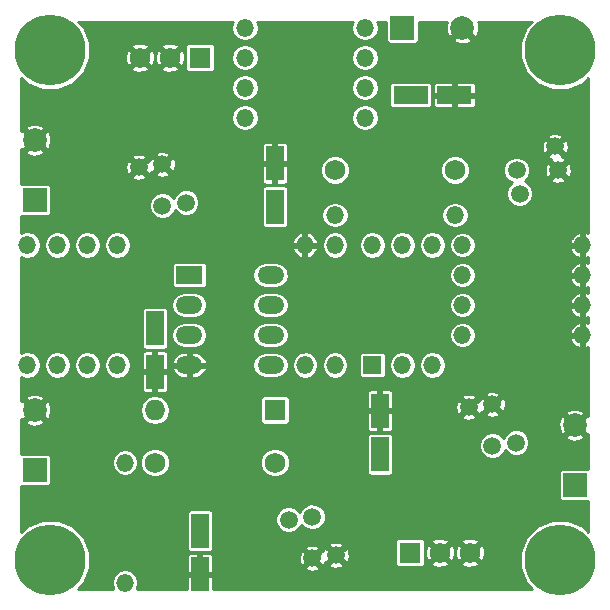
<source format=gbl>
G04 (created by PCBNEW (2013-07-07 BZR 4022)-stable) date 5/10/2015 2:14:54 AM*
%MOIN*%
G04 Gerber Fmt 3.4, Leading zero omitted, Abs format*
%FSLAX34Y34*%
G01*
G70*
G90*
G04 APERTURE LIST*
%ADD10C,0.00590551*%
%ADD11R,0.069X0.069*%
%ADD12C,0.069*%
%ADD13O,0.059X0.059*%
%ADD14R,0.059X0.059*%
%ADD15R,0.0885X0.059*%
%ADD16O,0.0885X0.059*%
%ADD17O,0.069X0.069*%
%ADD18C,0.23622*%
%ADD19R,0.059X0.114*%
%ADD20R,0.114X0.059*%
%ADD21C,0.059*%
%ADD22R,0.079X0.079*%
%ADD23C,0.079*%
%ADD24C,0.01*%
G04 APERTURE END LIST*
G54D10*
G54D11*
X70250Y-61500D03*
G54D12*
X68250Y-61500D03*
X69250Y-61500D03*
G54D11*
X77250Y-78000D03*
G54D12*
X79250Y-78000D03*
X78250Y-78000D03*
G54D13*
X74750Y-66750D03*
X78750Y-66750D03*
X71750Y-61500D03*
X75750Y-61500D03*
X71750Y-62500D03*
X75750Y-62500D03*
X67750Y-79000D03*
X67750Y-75000D03*
X71750Y-63500D03*
X75750Y-63500D03*
X71750Y-60500D03*
X75750Y-60500D03*
X77000Y-71750D03*
X77000Y-67750D03*
X78000Y-67750D03*
X78000Y-71750D03*
X74750Y-67750D03*
X74750Y-71750D03*
X73750Y-67750D03*
X73750Y-71750D03*
X83000Y-67750D03*
X79000Y-67750D03*
X76000Y-67750D03*
G54D14*
X76000Y-71750D03*
G54D13*
X83000Y-68750D03*
X79000Y-68750D03*
X64500Y-67750D03*
X64500Y-71750D03*
X67500Y-67750D03*
X67500Y-71750D03*
X66500Y-67750D03*
X66500Y-71750D03*
X65500Y-67750D03*
X65500Y-71750D03*
X83000Y-69750D03*
X79000Y-69750D03*
X83000Y-70750D03*
X79000Y-70750D03*
G54D12*
X72750Y-75000D03*
X68750Y-75000D03*
X78750Y-65250D03*
X74750Y-65250D03*
G54D15*
X69897Y-68750D03*
G54D16*
X69897Y-69750D03*
X69897Y-70750D03*
X69897Y-71750D03*
X72602Y-71750D03*
X72602Y-70750D03*
X72602Y-68750D03*
X72602Y-69750D03*
G54D11*
X72750Y-73250D03*
G54D17*
X68750Y-73250D03*
G54D18*
X65250Y-61250D03*
X82250Y-61250D03*
X65250Y-78250D03*
X82250Y-78250D03*
G54D19*
X72750Y-66475D03*
X72750Y-65025D03*
X76250Y-73275D03*
X76250Y-74725D03*
X70250Y-78725D03*
X70250Y-77275D03*
G54D20*
X77275Y-62750D03*
X78725Y-62750D03*
G54D21*
X69787Y-66340D03*
X68212Y-65159D03*
X69000Y-66438D03*
X69000Y-65061D03*
X79212Y-73159D03*
X80787Y-74340D03*
X80000Y-73061D03*
X80000Y-74438D03*
X74787Y-78090D03*
X73212Y-76909D03*
X74000Y-78188D03*
X74000Y-76811D03*
X80909Y-66037D03*
X82090Y-64462D03*
X80811Y-65250D03*
X82188Y-65250D03*
G54D22*
X82750Y-75750D03*
G54D23*
X82750Y-73750D03*
G54D22*
X64750Y-75250D03*
G54D23*
X64750Y-73250D03*
G54D22*
X64750Y-66250D03*
G54D23*
X64750Y-64250D03*
G54D22*
X77000Y-60500D03*
G54D23*
X79000Y-60500D03*
G54D19*
X68750Y-70525D03*
X68750Y-71975D03*
G54D10*
G36*
X83200Y-77317D02*
X83004Y-77122D01*
X82515Y-76919D01*
X81986Y-76918D01*
X81496Y-77120D01*
X81354Y-77263D01*
X81354Y-65949D01*
X81286Y-65785D01*
X81161Y-65660D01*
X81068Y-65621D01*
X81188Y-65502D01*
X81255Y-65338D01*
X81256Y-65161D01*
X81188Y-64998D01*
X81063Y-64872D01*
X80899Y-64805D01*
X80722Y-64804D01*
X80559Y-64872D01*
X80433Y-64997D01*
X80366Y-65161D01*
X80365Y-65338D01*
X80433Y-65501D01*
X80558Y-65627D01*
X80651Y-65665D01*
X80532Y-65785D01*
X80464Y-65948D01*
X80464Y-66125D01*
X80531Y-66289D01*
X80657Y-66414D01*
X80820Y-66482D01*
X80997Y-66482D01*
X81161Y-66414D01*
X81286Y-66289D01*
X81354Y-66126D01*
X81354Y-65949D01*
X81354Y-77263D01*
X81232Y-77384D01*
X81232Y-74252D01*
X81164Y-74088D01*
X81039Y-73963D01*
X80876Y-73895D01*
X80699Y-73895D01*
X80535Y-73963D01*
X80450Y-74048D01*
X80450Y-73117D01*
X80437Y-72941D01*
X80394Y-72836D01*
X80327Y-72804D01*
X80256Y-72874D01*
X80256Y-72733D01*
X80224Y-72666D01*
X80056Y-72610D01*
X79880Y-72623D01*
X79775Y-72666D01*
X79743Y-72733D01*
X80000Y-72990D01*
X80256Y-72733D01*
X80256Y-72874D01*
X80070Y-73061D01*
X80327Y-73317D01*
X80394Y-73285D01*
X80450Y-73117D01*
X80450Y-74048D01*
X80410Y-74088D01*
X80371Y-74181D01*
X80256Y-74066D01*
X80256Y-73388D01*
X80000Y-73131D01*
X79929Y-73202D01*
X79929Y-73061D01*
X79672Y-72804D01*
X79605Y-72836D01*
X79577Y-72920D01*
X79540Y-72902D01*
X79469Y-72973D01*
X79469Y-72831D01*
X79453Y-72799D01*
X79453Y-70750D01*
X79453Y-69750D01*
X79453Y-68750D01*
X79453Y-67750D01*
X79445Y-67706D01*
X79445Y-63015D01*
X79445Y-62484D01*
X79444Y-62425D01*
X79422Y-62369D01*
X79379Y-62327D01*
X79329Y-62306D01*
X79329Y-60900D01*
X79000Y-60570D01*
X78670Y-60900D01*
X78715Y-60977D01*
X78919Y-61049D01*
X79135Y-61038D01*
X79284Y-60977D01*
X79329Y-60900D01*
X79329Y-62306D01*
X79324Y-62304D01*
X78812Y-62305D01*
X78775Y-62342D01*
X78775Y-62700D01*
X79407Y-62700D01*
X79445Y-62662D01*
X79445Y-62484D01*
X79445Y-63015D01*
X79445Y-62837D01*
X79407Y-62800D01*
X78775Y-62800D01*
X78775Y-63157D01*
X78812Y-63195D01*
X79324Y-63195D01*
X79379Y-63172D01*
X79422Y-63130D01*
X79444Y-63074D01*
X79445Y-63015D01*
X79445Y-67706D01*
X79419Y-67579D01*
X79323Y-67435D01*
X79245Y-67383D01*
X79245Y-65151D01*
X79169Y-64969D01*
X79030Y-64830D01*
X78848Y-64755D01*
X78675Y-64754D01*
X78675Y-63157D01*
X78675Y-62800D01*
X78675Y-62700D01*
X78675Y-62342D01*
X78637Y-62305D01*
X78125Y-62304D01*
X78070Y-62327D01*
X78027Y-62369D01*
X78005Y-62425D01*
X78004Y-62484D01*
X78005Y-62662D01*
X78042Y-62700D01*
X78675Y-62700D01*
X78675Y-62800D01*
X78042Y-62800D01*
X78005Y-62837D01*
X78004Y-63015D01*
X78005Y-63074D01*
X78027Y-63130D01*
X78070Y-63172D01*
X78125Y-63195D01*
X78637Y-63195D01*
X78675Y-63157D01*
X78675Y-64754D01*
X78651Y-64754D01*
X78469Y-64830D01*
X78330Y-64969D01*
X78255Y-65151D01*
X78254Y-65348D01*
X78330Y-65530D01*
X78469Y-65669D01*
X78651Y-65744D01*
X78848Y-65745D01*
X79030Y-65669D01*
X79169Y-65530D01*
X79244Y-65348D01*
X79245Y-65151D01*
X79245Y-67383D01*
X79203Y-67355D01*
X79203Y-66750D01*
X79169Y-66579D01*
X79073Y-66435D01*
X78929Y-66338D01*
X78758Y-66305D01*
X78741Y-66305D01*
X78570Y-66338D01*
X78426Y-66435D01*
X78330Y-66579D01*
X78296Y-66750D01*
X78330Y-66920D01*
X78426Y-67064D01*
X78570Y-67161D01*
X78741Y-67195D01*
X78758Y-67195D01*
X78929Y-67161D01*
X79073Y-67064D01*
X79169Y-66920D01*
X79203Y-66750D01*
X79203Y-67355D01*
X79179Y-67338D01*
X79008Y-67305D01*
X78991Y-67305D01*
X78820Y-67338D01*
X78676Y-67435D01*
X78580Y-67579D01*
X78546Y-67750D01*
X78580Y-67920D01*
X78676Y-68064D01*
X78820Y-68161D01*
X78991Y-68195D01*
X79008Y-68195D01*
X79179Y-68161D01*
X79323Y-68064D01*
X79419Y-67920D01*
X79453Y-67750D01*
X79453Y-68750D01*
X79419Y-68579D01*
X79323Y-68435D01*
X79179Y-68338D01*
X79008Y-68305D01*
X78991Y-68305D01*
X78820Y-68338D01*
X78676Y-68435D01*
X78580Y-68579D01*
X78546Y-68750D01*
X78580Y-68920D01*
X78676Y-69064D01*
X78820Y-69161D01*
X78991Y-69195D01*
X79008Y-69195D01*
X79179Y-69161D01*
X79323Y-69064D01*
X79419Y-68920D01*
X79453Y-68750D01*
X79453Y-69750D01*
X79419Y-69579D01*
X79323Y-69435D01*
X79179Y-69338D01*
X79008Y-69305D01*
X78991Y-69305D01*
X78820Y-69338D01*
X78676Y-69435D01*
X78580Y-69579D01*
X78546Y-69750D01*
X78580Y-69920D01*
X78676Y-70064D01*
X78820Y-70161D01*
X78991Y-70195D01*
X79008Y-70195D01*
X79179Y-70161D01*
X79323Y-70064D01*
X79419Y-69920D01*
X79453Y-69750D01*
X79453Y-70750D01*
X79419Y-70579D01*
X79323Y-70435D01*
X79179Y-70338D01*
X79008Y-70305D01*
X78991Y-70305D01*
X78820Y-70338D01*
X78676Y-70435D01*
X78580Y-70579D01*
X78546Y-70750D01*
X78580Y-70920D01*
X78676Y-71064D01*
X78820Y-71161D01*
X78991Y-71195D01*
X79008Y-71195D01*
X79179Y-71161D01*
X79323Y-71064D01*
X79419Y-70920D01*
X79453Y-70750D01*
X79453Y-72799D01*
X79437Y-72765D01*
X79269Y-72709D01*
X79092Y-72721D01*
X78987Y-72765D01*
X78955Y-72831D01*
X79212Y-73088D01*
X79469Y-72831D01*
X79469Y-72973D01*
X79283Y-73159D01*
X79540Y-73416D01*
X79606Y-73384D01*
X79634Y-73299D01*
X79672Y-73317D01*
X79929Y-73061D01*
X79929Y-73202D01*
X79743Y-73388D01*
X79775Y-73455D01*
X79943Y-73511D01*
X80119Y-73498D01*
X80224Y-73455D01*
X80256Y-73388D01*
X80256Y-74066D01*
X80252Y-74061D01*
X80088Y-73994D01*
X79911Y-73993D01*
X79748Y-74061D01*
X79622Y-74186D01*
X79555Y-74350D01*
X79554Y-74527D01*
X79622Y-74690D01*
X79747Y-74816D01*
X79911Y-74883D01*
X80088Y-74884D01*
X80251Y-74816D01*
X80377Y-74691D01*
X80415Y-74598D01*
X80535Y-74717D01*
X80698Y-74785D01*
X80875Y-74785D01*
X81039Y-74718D01*
X81164Y-74592D01*
X81232Y-74429D01*
X81232Y-74252D01*
X81232Y-77384D01*
X81122Y-77495D01*
X80919Y-77984D01*
X80918Y-78513D01*
X81120Y-79003D01*
X81317Y-79200D01*
X79750Y-79200D01*
X79750Y-78068D01*
X79738Y-77872D01*
X79685Y-77745D01*
X79613Y-77706D01*
X79543Y-77777D01*
X79543Y-77636D01*
X79504Y-77564D01*
X79469Y-77552D01*
X79469Y-73486D01*
X79212Y-73230D01*
X79141Y-73300D01*
X79141Y-73159D01*
X78885Y-72902D01*
X78818Y-72934D01*
X78762Y-73102D01*
X78775Y-73279D01*
X78818Y-73384D01*
X78885Y-73416D01*
X79141Y-73159D01*
X79141Y-73300D01*
X78955Y-73486D01*
X78987Y-73553D01*
X79155Y-73609D01*
X79332Y-73597D01*
X79437Y-73553D01*
X79469Y-73486D01*
X79469Y-77552D01*
X79318Y-77499D01*
X79122Y-77511D01*
X78995Y-77564D01*
X78956Y-77636D01*
X79250Y-77929D01*
X79543Y-77636D01*
X79543Y-77777D01*
X79320Y-78000D01*
X79613Y-78293D01*
X79685Y-78254D01*
X79750Y-78068D01*
X79750Y-79200D01*
X79543Y-79200D01*
X79543Y-78363D01*
X79250Y-78070D01*
X79179Y-78141D01*
X79179Y-78000D01*
X78886Y-77706D01*
X78814Y-77745D01*
X78749Y-77931D01*
X78761Y-78127D01*
X78814Y-78254D01*
X78886Y-78293D01*
X79179Y-78000D01*
X79179Y-78141D01*
X78956Y-78363D01*
X78995Y-78435D01*
X79181Y-78500D01*
X79377Y-78488D01*
X79504Y-78435D01*
X79543Y-78363D01*
X79543Y-79200D01*
X78750Y-79200D01*
X78750Y-78068D01*
X78738Y-77872D01*
X78685Y-77745D01*
X78613Y-77706D01*
X78543Y-77777D01*
X78543Y-77636D01*
X78504Y-77564D01*
X78445Y-77543D01*
X78445Y-71758D01*
X78445Y-71741D01*
X78445Y-67758D01*
X78445Y-67741D01*
X78411Y-67570D01*
X78314Y-67426D01*
X78170Y-67330D01*
X78000Y-67296D01*
X77995Y-67297D01*
X77995Y-63015D01*
X77995Y-62425D01*
X77972Y-62370D01*
X77930Y-62327D01*
X77874Y-62305D01*
X77815Y-62304D01*
X76675Y-62304D01*
X76620Y-62327D01*
X76577Y-62369D01*
X76555Y-62425D01*
X76554Y-62484D01*
X76554Y-63074D01*
X76577Y-63129D01*
X76619Y-63172D01*
X76675Y-63194D01*
X76734Y-63195D01*
X77874Y-63195D01*
X77929Y-63172D01*
X77972Y-63130D01*
X77994Y-63074D01*
X77995Y-63015D01*
X77995Y-67297D01*
X77829Y-67330D01*
X77685Y-67426D01*
X77588Y-67570D01*
X77555Y-67741D01*
X77555Y-67758D01*
X77588Y-67929D01*
X77685Y-68073D01*
X77829Y-68169D01*
X78000Y-68203D01*
X78170Y-68169D01*
X78314Y-68073D01*
X78411Y-67929D01*
X78445Y-67758D01*
X78445Y-71741D01*
X78411Y-71570D01*
X78314Y-71426D01*
X78170Y-71330D01*
X78000Y-71296D01*
X77829Y-71330D01*
X77685Y-71426D01*
X77588Y-71570D01*
X77555Y-71741D01*
X77555Y-71758D01*
X77588Y-71929D01*
X77685Y-72073D01*
X77829Y-72169D01*
X78000Y-72203D01*
X78170Y-72169D01*
X78314Y-72073D01*
X78411Y-71929D01*
X78445Y-71758D01*
X78445Y-77543D01*
X78318Y-77499D01*
X78122Y-77511D01*
X77995Y-77564D01*
X77956Y-77636D01*
X78250Y-77929D01*
X78543Y-77636D01*
X78543Y-77777D01*
X78320Y-78000D01*
X78613Y-78293D01*
X78685Y-78254D01*
X78750Y-78068D01*
X78750Y-79200D01*
X78543Y-79200D01*
X78543Y-78363D01*
X78250Y-78070D01*
X78179Y-78141D01*
X78179Y-78000D01*
X77886Y-77706D01*
X77814Y-77745D01*
X77749Y-77931D01*
X77761Y-78127D01*
X77814Y-78254D01*
X77886Y-78293D01*
X78179Y-78000D01*
X78179Y-78141D01*
X77956Y-78363D01*
X77995Y-78435D01*
X78181Y-78500D01*
X78377Y-78488D01*
X78504Y-78435D01*
X78543Y-78363D01*
X78543Y-79200D01*
X77745Y-79200D01*
X77745Y-78315D01*
X77745Y-77625D01*
X77722Y-77570D01*
X77680Y-77527D01*
X77624Y-77505D01*
X77565Y-77504D01*
X77445Y-77504D01*
X77445Y-71758D01*
X77445Y-71741D01*
X77445Y-67758D01*
X77445Y-67741D01*
X77411Y-67570D01*
X77314Y-67426D01*
X77170Y-67330D01*
X77000Y-67296D01*
X76829Y-67330D01*
X76685Y-67426D01*
X76588Y-67570D01*
X76555Y-67741D01*
X76555Y-67758D01*
X76588Y-67929D01*
X76685Y-68073D01*
X76829Y-68169D01*
X77000Y-68203D01*
X77170Y-68169D01*
X77314Y-68073D01*
X77411Y-67929D01*
X77445Y-67758D01*
X77445Y-71741D01*
X77411Y-71570D01*
X77314Y-71426D01*
X77170Y-71330D01*
X77000Y-71296D01*
X76829Y-71330D01*
X76685Y-71426D01*
X76588Y-71570D01*
X76555Y-71741D01*
X76555Y-71758D01*
X76588Y-71929D01*
X76685Y-72073D01*
X76829Y-72169D01*
X77000Y-72203D01*
X77170Y-72169D01*
X77314Y-72073D01*
X77411Y-71929D01*
X77445Y-71758D01*
X77445Y-77504D01*
X76875Y-77504D01*
X76820Y-77527D01*
X76777Y-77569D01*
X76755Y-77625D01*
X76754Y-77684D01*
X76754Y-78374D01*
X76777Y-78429D01*
X76819Y-78472D01*
X76875Y-78494D01*
X76934Y-78495D01*
X77624Y-78495D01*
X77679Y-78472D01*
X77722Y-78430D01*
X77744Y-78374D01*
X77745Y-78315D01*
X77745Y-79200D01*
X76695Y-79200D01*
X76695Y-75265D01*
X76695Y-74125D01*
X76695Y-73874D01*
X76695Y-72675D01*
X76672Y-72620D01*
X76630Y-72577D01*
X76574Y-72555D01*
X76515Y-72554D01*
X76445Y-72554D01*
X76445Y-72015D01*
X76445Y-71425D01*
X76445Y-71425D01*
X76445Y-67758D01*
X76445Y-67741D01*
X76411Y-67570D01*
X76314Y-67426D01*
X76203Y-67352D01*
X76203Y-63500D01*
X76203Y-62500D01*
X76203Y-61500D01*
X76169Y-61329D01*
X76073Y-61185D01*
X75929Y-61088D01*
X75758Y-61055D01*
X75741Y-61055D01*
X75570Y-61088D01*
X75426Y-61185D01*
X75330Y-61329D01*
X75296Y-61500D01*
X75330Y-61670D01*
X75426Y-61814D01*
X75570Y-61911D01*
X75741Y-61945D01*
X75758Y-61945D01*
X75929Y-61911D01*
X76073Y-61814D01*
X76169Y-61670D01*
X76203Y-61500D01*
X76203Y-62500D01*
X76169Y-62329D01*
X76073Y-62185D01*
X75929Y-62088D01*
X75758Y-62055D01*
X75741Y-62055D01*
X75570Y-62088D01*
X75426Y-62185D01*
X75330Y-62329D01*
X75296Y-62500D01*
X75330Y-62670D01*
X75426Y-62814D01*
X75570Y-62911D01*
X75741Y-62945D01*
X75758Y-62945D01*
X75929Y-62911D01*
X76073Y-62814D01*
X76169Y-62670D01*
X76203Y-62500D01*
X76203Y-63500D01*
X76169Y-63329D01*
X76073Y-63185D01*
X75929Y-63088D01*
X75758Y-63055D01*
X75741Y-63055D01*
X75570Y-63088D01*
X75426Y-63185D01*
X75330Y-63329D01*
X75296Y-63500D01*
X75330Y-63670D01*
X75426Y-63814D01*
X75570Y-63911D01*
X75741Y-63945D01*
X75758Y-63945D01*
X75929Y-63911D01*
X76073Y-63814D01*
X76169Y-63670D01*
X76203Y-63500D01*
X76203Y-67352D01*
X76170Y-67330D01*
X76000Y-67296D01*
X75829Y-67330D01*
X75685Y-67426D01*
X75588Y-67570D01*
X75555Y-67741D01*
X75555Y-67758D01*
X75588Y-67929D01*
X75685Y-68073D01*
X75829Y-68169D01*
X76000Y-68203D01*
X76170Y-68169D01*
X76314Y-68073D01*
X76411Y-67929D01*
X76445Y-67758D01*
X76445Y-71425D01*
X76422Y-71370D01*
X76380Y-71327D01*
X76324Y-71305D01*
X76265Y-71304D01*
X75675Y-71304D01*
X75620Y-71327D01*
X75577Y-71369D01*
X75555Y-71425D01*
X75554Y-71484D01*
X75554Y-72074D01*
X75577Y-72129D01*
X75619Y-72172D01*
X75675Y-72194D01*
X75734Y-72195D01*
X76324Y-72195D01*
X76379Y-72172D01*
X76422Y-72130D01*
X76444Y-72074D01*
X76445Y-72015D01*
X76445Y-72554D01*
X76337Y-72555D01*
X76300Y-72592D01*
X76300Y-73225D01*
X76657Y-73225D01*
X76695Y-73187D01*
X76695Y-72675D01*
X76695Y-73874D01*
X76695Y-73362D01*
X76657Y-73325D01*
X76300Y-73325D01*
X76300Y-73957D01*
X76337Y-73995D01*
X76515Y-73995D01*
X76574Y-73994D01*
X76630Y-73972D01*
X76672Y-73929D01*
X76695Y-73874D01*
X76695Y-74125D01*
X76672Y-74070D01*
X76630Y-74027D01*
X76574Y-74005D01*
X76515Y-74004D01*
X76200Y-74004D01*
X76200Y-73957D01*
X76200Y-73325D01*
X76200Y-73225D01*
X76200Y-72592D01*
X76162Y-72555D01*
X75984Y-72554D01*
X75925Y-72555D01*
X75869Y-72577D01*
X75827Y-72620D01*
X75804Y-72675D01*
X75805Y-73187D01*
X75842Y-73225D01*
X76200Y-73225D01*
X76200Y-73325D01*
X75842Y-73325D01*
X75805Y-73362D01*
X75804Y-73874D01*
X75827Y-73929D01*
X75869Y-73972D01*
X75925Y-73994D01*
X75984Y-73995D01*
X76162Y-73995D01*
X76200Y-73957D01*
X76200Y-74004D01*
X75925Y-74004D01*
X75870Y-74027D01*
X75827Y-74069D01*
X75805Y-74125D01*
X75804Y-74184D01*
X75804Y-75324D01*
X75827Y-75379D01*
X75869Y-75422D01*
X75925Y-75444D01*
X75984Y-75445D01*
X76574Y-75445D01*
X76629Y-75422D01*
X76672Y-75380D01*
X76694Y-75324D01*
X76695Y-75265D01*
X76695Y-79200D01*
X75245Y-79200D01*
X75245Y-65151D01*
X75169Y-64969D01*
X75030Y-64830D01*
X74848Y-64755D01*
X74651Y-64754D01*
X74469Y-64830D01*
X74330Y-64969D01*
X74255Y-65151D01*
X74254Y-65348D01*
X74330Y-65530D01*
X74469Y-65669D01*
X74651Y-65744D01*
X74848Y-65745D01*
X75030Y-65669D01*
X75169Y-65530D01*
X75244Y-65348D01*
X75245Y-65151D01*
X75245Y-79200D01*
X75237Y-79200D01*
X75237Y-78147D01*
X75224Y-77970D01*
X75203Y-77919D01*
X75203Y-66750D01*
X75169Y-66579D01*
X75073Y-66435D01*
X74929Y-66338D01*
X74758Y-66305D01*
X74741Y-66305D01*
X74570Y-66338D01*
X74426Y-66435D01*
X74330Y-66579D01*
X74296Y-66750D01*
X74330Y-66920D01*
X74426Y-67064D01*
X74570Y-67161D01*
X74741Y-67195D01*
X74758Y-67195D01*
X74929Y-67161D01*
X75073Y-67064D01*
X75169Y-66920D01*
X75203Y-66750D01*
X75203Y-77919D01*
X75195Y-77898D01*
X75195Y-71758D01*
X75195Y-71741D01*
X75195Y-67758D01*
X75195Y-67741D01*
X75161Y-67570D01*
X75064Y-67426D01*
X74920Y-67330D01*
X74750Y-67296D01*
X74579Y-67330D01*
X74435Y-67426D01*
X74338Y-67570D01*
X74305Y-67741D01*
X74305Y-67758D01*
X74338Y-67929D01*
X74435Y-68073D01*
X74579Y-68169D01*
X74750Y-68203D01*
X74920Y-68169D01*
X75064Y-68073D01*
X75161Y-67929D01*
X75195Y-67758D01*
X75195Y-71741D01*
X75161Y-71570D01*
X75064Y-71426D01*
X74920Y-71330D01*
X74750Y-71296D01*
X74579Y-71330D01*
X74435Y-71426D01*
X74338Y-71570D01*
X74305Y-71741D01*
X74305Y-71758D01*
X74338Y-71929D01*
X74435Y-72073D01*
X74579Y-72169D01*
X74750Y-72203D01*
X74920Y-72169D01*
X75064Y-72073D01*
X75161Y-71929D01*
X75195Y-71758D01*
X75195Y-77898D01*
X75181Y-77865D01*
X75114Y-77833D01*
X75044Y-77904D01*
X75044Y-77763D01*
X75012Y-77696D01*
X74844Y-77640D01*
X74667Y-77652D01*
X74562Y-77696D01*
X74530Y-77763D01*
X74787Y-78019D01*
X75044Y-77763D01*
X75044Y-77904D01*
X74858Y-78090D01*
X75114Y-78347D01*
X75181Y-78315D01*
X75237Y-78147D01*
X75237Y-79200D01*
X75044Y-79200D01*
X75044Y-78418D01*
X74787Y-78161D01*
X74716Y-78231D01*
X74716Y-78090D01*
X74459Y-77833D01*
X74445Y-77840D01*
X74445Y-76722D01*
X74377Y-76559D01*
X74252Y-76433D01*
X74195Y-76410D01*
X74195Y-71758D01*
X74195Y-71741D01*
X74178Y-71660D01*
X74178Y-67868D01*
X74178Y-67631D01*
X74100Y-67476D01*
X73969Y-67362D01*
X73868Y-67321D01*
X73800Y-67345D01*
X73800Y-67700D01*
X74154Y-67700D01*
X74178Y-67631D01*
X74178Y-67868D01*
X74154Y-67800D01*
X73800Y-67800D01*
X73800Y-68154D01*
X73868Y-68178D01*
X73969Y-68137D01*
X74100Y-68023D01*
X74178Y-67868D01*
X74178Y-71660D01*
X74161Y-71570D01*
X74064Y-71426D01*
X73920Y-71330D01*
X73750Y-71296D01*
X73700Y-71306D01*
X73700Y-68154D01*
X73700Y-67800D01*
X73700Y-67700D01*
X73700Y-67345D01*
X73631Y-67321D01*
X73530Y-67362D01*
X73399Y-67476D01*
X73321Y-67631D01*
X73345Y-67700D01*
X73700Y-67700D01*
X73700Y-67800D01*
X73345Y-67800D01*
X73321Y-67868D01*
X73399Y-68023D01*
X73530Y-68137D01*
X73631Y-68178D01*
X73700Y-68154D01*
X73700Y-71306D01*
X73579Y-71330D01*
X73435Y-71426D01*
X73338Y-71570D01*
X73305Y-71741D01*
X73305Y-71758D01*
X73338Y-71929D01*
X73435Y-72073D01*
X73579Y-72169D01*
X73750Y-72203D01*
X73920Y-72169D01*
X74064Y-72073D01*
X74161Y-71929D01*
X74195Y-71758D01*
X74195Y-76410D01*
X74088Y-76366D01*
X73911Y-76365D01*
X73748Y-76433D01*
X73622Y-76558D01*
X73584Y-76651D01*
X73464Y-76532D01*
X73301Y-76464D01*
X73245Y-76464D01*
X73245Y-74901D01*
X73245Y-74901D01*
X73245Y-73565D01*
X73245Y-72875D01*
X73222Y-72820D01*
X73206Y-72804D01*
X73206Y-71750D01*
X73206Y-70750D01*
X73206Y-69750D01*
X73206Y-68750D01*
X73195Y-68691D01*
X73195Y-67015D01*
X73195Y-65875D01*
X73195Y-65624D01*
X73195Y-64425D01*
X73172Y-64370D01*
X73130Y-64327D01*
X73074Y-64305D01*
X73015Y-64304D01*
X72837Y-64305D01*
X72800Y-64342D01*
X72800Y-64975D01*
X73157Y-64975D01*
X73195Y-64937D01*
X73195Y-64425D01*
X73195Y-65624D01*
X73195Y-65112D01*
X73157Y-65075D01*
X72800Y-65075D01*
X72800Y-65707D01*
X72837Y-65745D01*
X73015Y-65745D01*
X73074Y-65744D01*
X73130Y-65722D01*
X73172Y-65679D01*
X73195Y-65624D01*
X73195Y-65875D01*
X73172Y-65820D01*
X73130Y-65777D01*
X73074Y-65755D01*
X73015Y-65754D01*
X72700Y-65754D01*
X72700Y-65707D01*
X72700Y-65075D01*
X72700Y-64975D01*
X72700Y-64342D01*
X72662Y-64305D01*
X72484Y-64304D01*
X72425Y-64305D01*
X72369Y-64327D01*
X72327Y-64370D01*
X72304Y-64425D01*
X72305Y-64937D01*
X72342Y-64975D01*
X72700Y-64975D01*
X72700Y-65075D01*
X72342Y-65075D01*
X72305Y-65112D01*
X72304Y-65624D01*
X72327Y-65679D01*
X72369Y-65722D01*
X72425Y-65744D01*
X72484Y-65745D01*
X72662Y-65745D01*
X72700Y-65707D01*
X72700Y-65754D01*
X72425Y-65754D01*
X72370Y-65777D01*
X72327Y-65819D01*
X72305Y-65875D01*
X72304Y-65934D01*
X72304Y-67074D01*
X72327Y-67129D01*
X72369Y-67172D01*
X72425Y-67194D01*
X72484Y-67195D01*
X73074Y-67195D01*
X73129Y-67172D01*
X73172Y-67130D01*
X73194Y-67074D01*
X73195Y-67015D01*
X73195Y-68691D01*
X73172Y-68579D01*
X73076Y-68435D01*
X72931Y-68338D01*
X72761Y-68305D01*
X72443Y-68305D01*
X72273Y-68338D01*
X72203Y-68385D01*
X72203Y-63500D01*
X72203Y-62500D01*
X72203Y-61500D01*
X72169Y-61329D01*
X72073Y-61185D01*
X71929Y-61088D01*
X71758Y-61055D01*
X71741Y-61055D01*
X71570Y-61088D01*
X71426Y-61185D01*
X71330Y-61329D01*
X71296Y-61500D01*
X71330Y-61670D01*
X71426Y-61814D01*
X71570Y-61911D01*
X71741Y-61945D01*
X71758Y-61945D01*
X71929Y-61911D01*
X72073Y-61814D01*
X72169Y-61670D01*
X72203Y-61500D01*
X72203Y-62500D01*
X72169Y-62329D01*
X72073Y-62185D01*
X71929Y-62088D01*
X71758Y-62055D01*
X71741Y-62055D01*
X71570Y-62088D01*
X71426Y-62185D01*
X71330Y-62329D01*
X71296Y-62500D01*
X71330Y-62670D01*
X71426Y-62814D01*
X71570Y-62911D01*
X71741Y-62945D01*
X71758Y-62945D01*
X71929Y-62911D01*
X72073Y-62814D01*
X72169Y-62670D01*
X72203Y-62500D01*
X72203Y-63500D01*
X72169Y-63329D01*
X72073Y-63185D01*
X71929Y-63088D01*
X71758Y-63055D01*
X71741Y-63055D01*
X71570Y-63088D01*
X71426Y-63185D01*
X71330Y-63329D01*
X71296Y-63500D01*
X71330Y-63670D01*
X71426Y-63814D01*
X71570Y-63911D01*
X71741Y-63945D01*
X71758Y-63945D01*
X71929Y-63911D01*
X72073Y-63814D01*
X72169Y-63670D01*
X72203Y-63500D01*
X72203Y-68385D01*
X72128Y-68435D01*
X72032Y-68579D01*
X71998Y-68750D01*
X72032Y-68920D01*
X72128Y-69064D01*
X72273Y-69161D01*
X72443Y-69195D01*
X72761Y-69195D01*
X72931Y-69161D01*
X73076Y-69064D01*
X73172Y-68920D01*
X73206Y-68750D01*
X73206Y-69750D01*
X73172Y-69579D01*
X73076Y-69435D01*
X72931Y-69338D01*
X72761Y-69305D01*
X72443Y-69305D01*
X72273Y-69338D01*
X72128Y-69435D01*
X72032Y-69579D01*
X71998Y-69750D01*
X72032Y-69920D01*
X72128Y-70064D01*
X72273Y-70161D01*
X72443Y-70195D01*
X72761Y-70195D01*
X72931Y-70161D01*
X73076Y-70064D01*
X73172Y-69920D01*
X73206Y-69750D01*
X73206Y-70750D01*
X73172Y-70579D01*
X73076Y-70435D01*
X72931Y-70338D01*
X72761Y-70305D01*
X72443Y-70305D01*
X72273Y-70338D01*
X72128Y-70435D01*
X72032Y-70579D01*
X71998Y-70750D01*
X72032Y-70920D01*
X72128Y-71064D01*
X72273Y-71161D01*
X72443Y-71195D01*
X72761Y-71195D01*
X72931Y-71161D01*
X73076Y-71064D01*
X73172Y-70920D01*
X73206Y-70750D01*
X73206Y-71750D01*
X73172Y-71579D01*
X73076Y-71435D01*
X72931Y-71338D01*
X72761Y-71305D01*
X72443Y-71305D01*
X72273Y-71338D01*
X72128Y-71435D01*
X72032Y-71579D01*
X71998Y-71750D01*
X72032Y-71920D01*
X72128Y-72064D01*
X72273Y-72161D01*
X72443Y-72195D01*
X72761Y-72195D01*
X72931Y-72161D01*
X73076Y-72064D01*
X73172Y-71920D01*
X73206Y-71750D01*
X73206Y-72804D01*
X73180Y-72777D01*
X73124Y-72755D01*
X73065Y-72754D01*
X72375Y-72754D01*
X72320Y-72777D01*
X72277Y-72819D01*
X72255Y-72875D01*
X72254Y-72934D01*
X72254Y-73624D01*
X72277Y-73679D01*
X72319Y-73722D01*
X72375Y-73744D01*
X72434Y-73745D01*
X73124Y-73745D01*
X73179Y-73722D01*
X73222Y-73680D01*
X73244Y-73624D01*
X73245Y-73565D01*
X73245Y-74901D01*
X73169Y-74719D01*
X73030Y-74580D01*
X72848Y-74505D01*
X72651Y-74504D01*
X72469Y-74580D01*
X72330Y-74719D01*
X72255Y-74901D01*
X72254Y-75098D01*
X72330Y-75280D01*
X72469Y-75419D01*
X72651Y-75494D01*
X72848Y-75495D01*
X73030Y-75419D01*
X73169Y-75280D01*
X73244Y-75098D01*
X73245Y-74901D01*
X73245Y-76464D01*
X73124Y-76464D01*
X72960Y-76531D01*
X72835Y-76657D01*
X72767Y-76820D01*
X72767Y-76997D01*
X72835Y-77161D01*
X72960Y-77286D01*
X73123Y-77354D01*
X73300Y-77354D01*
X73464Y-77286D01*
X73589Y-77161D01*
X73628Y-77068D01*
X73747Y-77188D01*
X73911Y-77255D01*
X74088Y-77256D01*
X74251Y-77188D01*
X74377Y-77063D01*
X74444Y-76899D01*
X74445Y-76722D01*
X74445Y-77840D01*
X74393Y-77865D01*
X74365Y-77950D01*
X74327Y-77932D01*
X74256Y-78002D01*
X74256Y-77861D01*
X74224Y-77794D01*
X74056Y-77738D01*
X73880Y-77751D01*
X73775Y-77794D01*
X73743Y-77861D01*
X74000Y-78118D01*
X74256Y-77861D01*
X74256Y-78002D01*
X74070Y-78188D01*
X74327Y-78445D01*
X74394Y-78413D01*
X74422Y-78329D01*
X74459Y-78347D01*
X74716Y-78090D01*
X74716Y-78231D01*
X74530Y-78418D01*
X74562Y-78484D01*
X74730Y-78540D01*
X74907Y-78528D01*
X75012Y-78484D01*
X75044Y-78418D01*
X75044Y-79200D01*
X74256Y-79200D01*
X74256Y-78516D01*
X74000Y-78259D01*
X73929Y-78330D01*
X73929Y-78188D01*
X73672Y-77932D01*
X73605Y-77964D01*
X73549Y-78132D01*
X73562Y-78308D01*
X73605Y-78413D01*
X73672Y-78445D01*
X73929Y-78188D01*
X73929Y-78330D01*
X73743Y-78516D01*
X73775Y-78583D01*
X73943Y-78639D01*
X74119Y-78626D01*
X74224Y-78583D01*
X74256Y-78516D01*
X74256Y-79200D01*
X70745Y-79200D01*
X70745Y-61815D01*
X70745Y-61125D01*
X70722Y-61070D01*
X70680Y-61027D01*
X70624Y-61005D01*
X70565Y-61004D01*
X69875Y-61004D01*
X69820Y-61027D01*
X69777Y-61069D01*
X69755Y-61125D01*
X69754Y-61184D01*
X69754Y-61874D01*
X69777Y-61929D01*
X69819Y-61972D01*
X69875Y-61994D01*
X69934Y-61995D01*
X70624Y-61995D01*
X70679Y-61972D01*
X70722Y-61930D01*
X70744Y-61874D01*
X70745Y-61815D01*
X70745Y-79200D01*
X70695Y-79200D01*
X70695Y-78125D01*
X70695Y-77815D01*
X70695Y-76675D01*
X70672Y-76620D01*
X70630Y-76577D01*
X70574Y-76555D01*
X70515Y-76554D01*
X70501Y-76554D01*
X70501Y-70750D01*
X70501Y-69750D01*
X70490Y-69691D01*
X70490Y-69015D01*
X70490Y-68425D01*
X70467Y-68370D01*
X70425Y-68327D01*
X70369Y-68305D01*
X70310Y-68304D01*
X70232Y-68304D01*
X70232Y-66252D01*
X70164Y-66088D01*
X70039Y-65963D01*
X69876Y-65895D01*
X69750Y-65895D01*
X69750Y-61568D01*
X69738Y-61372D01*
X69685Y-61245D01*
X69613Y-61206D01*
X69543Y-61277D01*
X69543Y-61136D01*
X69504Y-61064D01*
X69318Y-60999D01*
X69122Y-61011D01*
X68995Y-61064D01*
X68956Y-61136D01*
X69250Y-61429D01*
X69543Y-61136D01*
X69543Y-61277D01*
X69320Y-61500D01*
X69613Y-61793D01*
X69685Y-61754D01*
X69750Y-61568D01*
X69750Y-65895D01*
X69699Y-65895D01*
X69543Y-65960D01*
X69543Y-61863D01*
X69250Y-61570D01*
X69179Y-61641D01*
X69179Y-61500D01*
X68886Y-61206D01*
X68814Y-61245D01*
X68749Y-61431D01*
X68761Y-61627D01*
X68814Y-61754D01*
X68886Y-61793D01*
X69179Y-61500D01*
X69179Y-61641D01*
X68956Y-61863D01*
X68995Y-61935D01*
X69181Y-62000D01*
X69377Y-61988D01*
X69504Y-61935D01*
X69543Y-61863D01*
X69543Y-65960D01*
X69535Y-65963D01*
X69450Y-66048D01*
X69450Y-65117D01*
X69437Y-64941D01*
X69394Y-64836D01*
X69327Y-64804D01*
X69256Y-64874D01*
X69256Y-64733D01*
X69224Y-64666D01*
X69056Y-64610D01*
X68880Y-64623D01*
X68775Y-64666D01*
X68750Y-64719D01*
X68750Y-61568D01*
X68738Y-61372D01*
X68685Y-61245D01*
X68613Y-61206D01*
X68543Y-61277D01*
X68543Y-61136D01*
X68504Y-61064D01*
X68318Y-60999D01*
X68122Y-61011D01*
X67995Y-61064D01*
X67956Y-61136D01*
X68250Y-61429D01*
X68543Y-61136D01*
X68543Y-61277D01*
X68320Y-61500D01*
X68613Y-61793D01*
X68685Y-61754D01*
X68750Y-61568D01*
X68750Y-64719D01*
X68743Y-64733D01*
X69000Y-64990D01*
X69256Y-64733D01*
X69256Y-64874D01*
X69070Y-65061D01*
X69327Y-65317D01*
X69394Y-65285D01*
X69450Y-65117D01*
X69450Y-66048D01*
X69410Y-66088D01*
X69371Y-66181D01*
X69256Y-66066D01*
X69256Y-65388D01*
X69000Y-65131D01*
X68929Y-65202D01*
X68929Y-65061D01*
X68672Y-64804D01*
X68605Y-64836D01*
X68577Y-64920D01*
X68543Y-64904D01*
X68543Y-61863D01*
X68250Y-61570D01*
X68179Y-61641D01*
X68179Y-61500D01*
X67886Y-61206D01*
X67814Y-61245D01*
X67749Y-61431D01*
X67761Y-61627D01*
X67814Y-61754D01*
X67886Y-61793D01*
X68179Y-61500D01*
X68179Y-61641D01*
X67956Y-61863D01*
X67995Y-61935D01*
X68181Y-62000D01*
X68377Y-61988D01*
X68504Y-61935D01*
X68543Y-61863D01*
X68543Y-64904D01*
X68540Y-64902D01*
X68469Y-64973D01*
X68469Y-64831D01*
X68437Y-64765D01*
X68269Y-64709D01*
X68092Y-64721D01*
X67987Y-64765D01*
X67955Y-64831D01*
X68212Y-65088D01*
X68469Y-64831D01*
X68469Y-64973D01*
X68283Y-65159D01*
X68540Y-65416D01*
X68606Y-65384D01*
X68634Y-65299D01*
X68672Y-65317D01*
X68929Y-65061D01*
X68929Y-65202D01*
X68743Y-65388D01*
X68775Y-65455D01*
X68943Y-65511D01*
X69119Y-65498D01*
X69224Y-65455D01*
X69256Y-65388D01*
X69256Y-66066D01*
X69252Y-66061D01*
X69088Y-65994D01*
X68911Y-65993D01*
X68748Y-66061D01*
X68622Y-66186D01*
X68555Y-66350D01*
X68554Y-66527D01*
X68622Y-66690D01*
X68747Y-66816D01*
X68911Y-66883D01*
X69088Y-66884D01*
X69251Y-66816D01*
X69377Y-66691D01*
X69415Y-66598D01*
X69535Y-66717D01*
X69698Y-66785D01*
X69875Y-66785D01*
X70039Y-66718D01*
X70164Y-66592D01*
X70232Y-66429D01*
X70232Y-66252D01*
X70232Y-68304D01*
X69425Y-68304D01*
X69370Y-68327D01*
X69327Y-68369D01*
X69305Y-68425D01*
X69304Y-68484D01*
X69304Y-69074D01*
X69327Y-69129D01*
X69369Y-69172D01*
X69425Y-69194D01*
X69484Y-69195D01*
X70369Y-69195D01*
X70424Y-69172D01*
X70467Y-69130D01*
X70489Y-69074D01*
X70490Y-69015D01*
X70490Y-69691D01*
X70467Y-69579D01*
X70371Y-69435D01*
X70226Y-69338D01*
X70056Y-69305D01*
X69738Y-69305D01*
X69568Y-69338D01*
X69423Y-69435D01*
X69327Y-69579D01*
X69293Y-69750D01*
X69327Y-69920D01*
X69423Y-70064D01*
X69568Y-70161D01*
X69738Y-70195D01*
X70056Y-70195D01*
X70226Y-70161D01*
X70371Y-70064D01*
X70467Y-69920D01*
X70501Y-69750D01*
X70501Y-70750D01*
X70467Y-70579D01*
X70371Y-70435D01*
X70226Y-70338D01*
X70056Y-70305D01*
X69738Y-70305D01*
X69568Y-70338D01*
X69423Y-70435D01*
X69327Y-70579D01*
X69293Y-70750D01*
X69327Y-70920D01*
X69423Y-71064D01*
X69568Y-71161D01*
X69738Y-71195D01*
X70056Y-71195D01*
X70226Y-71161D01*
X70371Y-71064D01*
X70467Y-70920D01*
X70501Y-70750D01*
X70501Y-76554D01*
X70473Y-76554D01*
X70473Y-71868D01*
X70473Y-71631D01*
X70395Y-71470D01*
X70261Y-71358D01*
X70095Y-71305D01*
X69947Y-71305D01*
X69947Y-71700D01*
X70449Y-71700D01*
X70473Y-71631D01*
X70473Y-71868D01*
X70449Y-71800D01*
X69947Y-71800D01*
X69947Y-72195D01*
X70095Y-72195D01*
X70261Y-72141D01*
X70395Y-72029D01*
X70473Y-71868D01*
X70473Y-76554D01*
X69925Y-76554D01*
X69870Y-76577D01*
X69847Y-76600D01*
X69847Y-72195D01*
X69847Y-71800D01*
X69847Y-71700D01*
X69847Y-71305D01*
X69700Y-71305D01*
X69533Y-71358D01*
X69399Y-71470D01*
X69321Y-71631D01*
X69345Y-71700D01*
X69847Y-71700D01*
X69847Y-71800D01*
X69345Y-71800D01*
X69321Y-71868D01*
X69399Y-72029D01*
X69533Y-72141D01*
X69700Y-72195D01*
X69847Y-72195D01*
X69847Y-76600D01*
X69827Y-76619D01*
X69805Y-76675D01*
X69804Y-76734D01*
X69804Y-77874D01*
X69827Y-77929D01*
X69869Y-77972D01*
X69925Y-77994D01*
X69984Y-77995D01*
X70574Y-77995D01*
X70629Y-77972D01*
X70672Y-77930D01*
X70694Y-77874D01*
X70695Y-77815D01*
X70695Y-78125D01*
X70672Y-78070D01*
X70630Y-78027D01*
X70574Y-78005D01*
X70515Y-78004D01*
X70337Y-78005D01*
X70300Y-78042D01*
X70300Y-78675D01*
X70657Y-78675D01*
X70695Y-78637D01*
X70695Y-78125D01*
X70695Y-79200D01*
X70695Y-79200D01*
X70695Y-78812D01*
X70657Y-78775D01*
X70300Y-78775D01*
X70300Y-78782D01*
X70200Y-78782D01*
X70200Y-78775D01*
X70200Y-78675D01*
X70200Y-78042D01*
X70162Y-78005D01*
X69984Y-78004D01*
X69925Y-78005D01*
X69869Y-78027D01*
X69827Y-78070D01*
X69804Y-78125D01*
X69805Y-78637D01*
X69842Y-78675D01*
X70200Y-78675D01*
X70200Y-78775D01*
X69842Y-78775D01*
X69805Y-78812D01*
X69804Y-79200D01*
X69254Y-79200D01*
X69254Y-73250D01*
X69217Y-73060D01*
X69195Y-73027D01*
X69195Y-72574D01*
X69195Y-71375D01*
X69195Y-71065D01*
X69195Y-69925D01*
X69172Y-69870D01*
X69130Y-69827D01*
X69074Y-69805D01*
X69015Y-69804D01*
X68469Y-69804D01*
X68469Y-65486D01*
X68212Y-65230D01*
X68141Y-65300D01*
X68141Y-65159D01*
X67885Y-64902D01*
X67818Y-64934D01*
X67762Y-65102D01*
X67775Y-65279D01*
X67818Y-65384D01*
X67885Y-65416D01*
X68141Y-65159D01*
X68141Y-65300D01*
X67955Y-65486D01*
X67987Y-65553D01*
X68155Y-65609D01*
X68332Y-65597D01*
X68437Y-65553D01*
X68469Y-65486D01*
X68469Y-69804D01*
X68425Y-69804D01*
X68370Y-69827D01*
X68327Y-69869D01*
X68305Y-69925D01*
X68304Y-69984D01*
X68304Y-71124D01*
X68327Y-71179D01*
X68369Y-71222D01*
X68425Y-71244D01*
X68484Y-71245D01*
X69074Y-71245D01*
X69129Y-71222D01*
X69172Y-71180D01*
X69194Y-71124D01*
X69195Y-71065D01*
X69195Y-71375D01*
X69172Y-71320D01*
X69130Y-71277D01*
X69074Y-71255D01*
X69015Y-71254D01*
X68837Y-71255D01*
X68800Y-71292D01*
X68800Y-71925D01*
X69157Y-71925D01*
X69195Y-71887D01*
X69195Y-71375D01*
X69195Y-72574D01*
X69195Y-72062D01*
X69157Y-72025D01*
X68800Y-72025D01*
X68800Y-72657D01*
X68837Y-72695D01*
X69015Y-72695D01*
X69074Y-72694D01*
X69130Y-72672D01*
X69172Y-72629D01*
X69195Y-72574D01*
X69195Y-73027D01*
X69109Y-72899D01*
X68949Y-72792D01*
X68759Y-72755D01*
X68740Y-72755D01*
X68700Y-72763D01*
X68700Y-72657D01*
X68700Y-72025D01*
X68700Y-71925D01*
X68700Y-71292D01*
X68662Y-71255D01*
X68484Y-71254D01*
X68425Y-71255D01*
X68369Y-71277D01*
X68327Y-71320D01*
X68304Y-71375D01*
X68305Y-71887D01*
X68342Y-71925D01*
X68700Y-71925D01*
X68700Y-72025D01*
X68342Y-72025D01*
X68305Y-72062D01*
X68304Y-72574D01*
X68327Y-72629D01*
X68369Y-72672D01*
X68425Y-72694D01*
X68484Y-72695D01*
X68662Y-72695D01*
X68700Y-72657D01*
X68700Y-72763D01*
X68550Y-72792D01*
X68390Y-72899D01*
X68282Y-73060D01*
X68245Y-73250D01*
X68282Y-73439D01*
X68390Y-73600D01*
X68550Y-73707D01*
X68740Y-73745D01*
X68759Y-73745D01*
X68949Y-73707D01*
X69109Y-73600D01*
X69217Y-73439D01*
X69254Y-73250D01*
X69254Y-79200D01*
X69245Y-79200D01*
X69245Y-74901D01*
X69169Y-74719D01*
X69030Y-74580D01*
X68848Y-74505D01*
X68651Y-74504D01*
X68469Y-74580D01*
X68330Y-74719D01*
X68255Y-74901D01*
X68254Y-75098D01*
X68330Y-75280D01*
X68469Y-75419D01*
X68651Y-75494D01*
X68848Y-75495D01*
X69030Y-75419D01*
X69169Y-75280D01*
X69244Y-75098D01*
X69245Y-74901D01*
X69245Y-79200D01*
X68147Y-79200D01*
X68161Y-79179D01*
X68195Y-79008D01*
X68195Y-78991D01*
X68195Y-75008D01*
X68195Y-74991D01*
X68161Y-74820D01*
X68064Y-74676D01*
X67945Y-74596D01*
X67945Y-71758D01*
X67945Y-71741D01*
X67945Y-67758D01*
X67945Y-67741D01*
X67911Y-67570D01*
X67814Y-67426D01*
X67670Y-67330D01*
X67500Y-67296D01*
X67329Y-67330D01*
X67185Y-67426D01*
X67088Y-67570D01*
X67055Y-67741D01*
X67055Y-67758D01*
X67088Y-67929D01*
X67185Y-68073D01*
X67329Y-68169D01*
X67500Y-68203D01*
X67670Y-68169D01*
X67814Y-68073D01*
X67911Y-67929D01*
X67945Y-67758D01*
X67945Y-71741D01*
X67911Y-71570D01*
X67814Y-71426D01*
X67670Y-71330D01*
X67500Y-71296D01*
X67329Y-71330D01*
X67185Y-71426D01*
X67088Y-71570D01*
X67055Y-71741D01*
X67055Y-71758D01*
X67088Y-71929D01*
X67185Y-72073D01*
X67329Y-72169D01*
X67500Y-72203D01*
X67670Y-72169D01*
X67814Y-72073D01*
X67911Y-71929D01*
X67945Y-71758D01*
X67945Y-74596D01*
X67920Y-74580D01*
X67750Y-74546D01*
X67579Y-74580D01*
X67435Y-74676D01*
X67338Y-74820D01*
X67305Y-74991D01*
X67305Y-75008D01*
X67338Y-75179D01*
X67435Y-75323D01*
X67579Y-75419D01*
X67750Y-75453D01*
X67920Y-75419D01*
X68064Y-75323D01*
X68161Y-75179D01*
X68195Y-75008D01*
X68195Y-78991D01*
X68161Y-78820D01*
X68064Y-78676D01*
X67920Y-78580D01*
X67750Y-78546D01*
X67579Y-78580D01*
X67435Y-78676D01*
X67338Y-78820D01*
X67305Y-78991D01*
X67305Y-79008D01*
X67338Y-79179D01*
X67352Y-79200D01*
X66945Y-79200D01*
X66945Y-71758D01*
X66945Y-71741D01*
X66945Y-67758D01*
X66945Y-67741D01*
X66911Y-67570D01*
X66814Y-67426D01*
X66670Y-67330D01*
X66500Y-67296D01*
X66329Y-67330D01*
X66185Y-67426D01*
X66088Y-67570D01*
X66055Y-67741D01*
X66055Y-67758D01*
X66088Y-67929D01*
X66185Y-68073D01*
X66329Y-68169D01*
X66500Y-68203D01*
X66670Y-68169D01*
X66814Y-68073D01*
X66911Y-67929D01*
X66945Y-67758D01*
X66945Y-71741D01*
X66911Y-71570D01*
X66814Y-71426D01*
X66670Y-71330D01*
X66500Y-71296D01*
X66329Y-71330D01*
X66185Y-71426D01*
X66088Y-71570D01*
X66055Y-71741D01*
X66055Y-71758D01*
X66088Y-71929D01*
X66185Y-72073D01*
X66329Y-72169D01*
X66500Y-72203D01*
X66670Y-72169D01*
X66814Y-72073D01*
X66911Y-71929D01*
X66945Y-71758D01*
X66945Y-79200D01*
X66182Y-79200D01*
X66377Y-79004D01*
X66580Y-78515D01*
X66581Y-77986D01*
X66379Y-77496D01*
X66004Y-77122D01*
X65945Y-77097D01*
X65945Y-71758D01*
X65945Y-71741D01*
X65945Y-67758D01*
X65945Y-67741D01*
X65911Y-67570D01*
X65814Y-67426D01*
X65670Y-67330D01*
X65500Y-67296D01*
X65329Y-67330D01*
X65299Y-67350D01*
X65299Y-64330D01*
X65288Y-64114D01*
X65227Y-63965D01*
X65150Y-63920D01*
X65079Y-63991D01*
X65079Y-63849D01*
X65034Y-63772D01*
X64830Y-63700D01*
X64614Y-63711D01*
X64465Y-63772D01*
X64420Y-63849D01*
X64750Y-64179D01*
X65079Y-63849D01*
X65079Y-63991D01*
X64820Y-64250D01*
X65150Y-64579D01*
X65227Y-64534D01*
X65299Y-64330D01*
X65299Y-67350D01*
X65185Y-67426D01*
X65088Y-67570D01*
X65055Y-67741D01*
X65055Y-67758D01*
X65088Y-67929D01*
X65185Y-68073D01*
X65329Y-68169D01*
X65500Y-68203D01*
X65670Y-68169D01*
X65814Y-68073D01*
X65911Y-67929D01*
X65945Y-67758D01*
X65945Y-71741D01*
X65911Y-71570D01*
X65814Y-71426D01*
X65670Y-71330D01*
X65500Y-71296D01*
X65329Y-71330D01*
X65185Y-71426D01*
X65088Y-71570D01*
X65055Y-71741D01*
X65055Y-71758D01*
X65088Y-71929D01*
X65185Y-72073D01*
X65329Y-72169D01*
X65500Y-72203D01*
X65670Y-72169D01*
X65814Y-72073D01*
X65911Y-71929D01*
X65945Y-71758D01*
X65945Y-77097D01*
X65515Y-76919D01*
X65299Y-76918D01*
X65299Y-73330D01*
X65288Y-73114D01*
X65227Y-72965D01*
X65150Y-72920D01*
X65079Y-72991D01*
X65079Y-72849D01*
X65034Y-72772D01*
X64830Y-72700D01*
X64614Y-72711D01*
X64465Y-72772D01*
X64420Y-72849D01*
X64750Y-73179D01*
X65079Y-72849D01*
X65079Y-72991D01*
X64820Y-73250D01*
X65150Y-73579D01*
X65227Y-73534D01*
X65299Y-73330D01*
X65299Y-76918D01*
X64986Y-76918D01*
X64496Y-77120D01*
X64300Y-77317D01*
X64300Y-75784D01*
X64325Y-75794D01*
X64384Y-75795D01*
X65174Y-75795D01*
X65229Y-75772D01*
X65272Y-75730D01*
X65294Y-75674D01*
X65295Y-75615D01*
X65295Y-74825D01*
X65272Y-74770D01*
X65230Y-74727D01*
X65174Y-74705D01*
X65115Y-74704D01*
X65079Y-74704D01*
X65079Y-73650D01*
X64750Y-73320D01*
X64420Y-73650D01*
X64465Y-73727D01*
X64669Y-73799D01*
X64885Y-73788D01*
X65034Y-73727D01*
X65079Y-73650D01*
X65079Y-74704D01*
X64325Y-74704D01*
X64300Y-74715D01*
X64300Y-73550D01*
X64349Y-73579D01*
X64679Y-73250D01*
X64349Y-72920D01*
X64300Y-72949D01*
X64300Y-72149D01*
X64329Y-72169D01*
X64500Y-72203D01*
X64670Y-72169D01*
X64814Y-72073D01*
X64911Y-71929D01*
X64945Y-71758D01*
X64945Y-71741D01*
X64911Y-71570D01*
X64814Y-71426D01*
X64670Y-71330D01*
X64500Y-71296D01*
X64329Y-71330D01*
X64300Y-71350D01*
X64300Y-68149D01*
X64329Y-68169D01*
X64500Y-68203D01*
X64670Y-68169D01*
X64814Y-68073D01*
X64911Y-67929D01*
X64945Y-67758D01*
X64945Y-67741D01*
X64911Y-67570D01*
X64814Y-67426D01*
X64670Y-67330D01*
X64500Y-67296D01*
X64329Y-67330D01*
X64300Y-67350D01*
X64300Y-66784D01*
X64325Y-66794D01*
X64384Y-66795D01*
X65174Y-66795D01*
X65229Y-66772D01*
X65272Y-66730D01*
X65294Y-66674D01*
X65295Y-66615D01*
X65295Y-65825D01*
X65272Y-65770D01*
X65230Y-65727D01*
X65174Y-65705D01*
X65115Y-65704D01*
X65079Y-65704D01*
X65079Y-64650D01*
X64750Y-64320D01*
X64420Y-64650D01*
X64465Y-64727D01*
X64669Y-64799D01*
X64885Y-64788D01*
X65034Y-64727D01*
X65079Y-64650D01*
X65079Y-65704D01*
X64325Y-65704D01*
X64300Y-65715D01*
X64300Y-64550D01*
X64349Y-64579D01*
X64679Y-64250D01*
X64349Y-63920D01*
X64300Y-63949D01*
X64300Y-62182D01*
X64495Y-62377D01*
X64984Y-62580D01*
X65513Y-62581D01*
X66003Y-62379D01*
X66377Y-62004D01*
X66580Y-61515D01*
X66581Y-60986D01*
X66379Y-60496D01*
X66182Y-60300D01*
X71350Y-60300D01*
X71330Y-60329D01*
X71296Y-60500D01*
X71330Y-60670D01*
X71426Y-60814D01*
X71570Y-60911D01*
X71741Y-60945D01*
X71758Y-60945D01*
X71929Y-60911D01*
X72073Y-60814D01*
X72169Y-60670D01*
X72203Y-60500D01*
X72169Y-60329D01*
X72149Y-60300D01*
X75350Y-60300D01*
X75330Y-60329D01*
X75296Y-60500D01*
X75330Y-60670D01*
X75426Y-60814D01*
X75570Y-60911D01*
X75741Y-60945D01*
X75758Y-60945D01*
X75929Y-60911D01*
X76073Y-60814D01*
X76169Y-60670D01*
X76203Y-60500D01*
X76169Y-60329D01*
X76149Y-60300D01*
X76454Y-60300D01*
X76454Y-60924D01*
X76477Y-60979D01*
X76519Y-61022D01*
X76575Y-61044D01*
X76634Y-61045D01*
X77424Y-61045D01*
X77479Y-61022D01*
X77522Y-60980D01*
X77544Y-60924D01*
X77545Y-60865D01*
X77545Y-60300D01*
X78492Y-60300D01*
X78450Y-60419D01*
X78461Y-60635D01*
X78522Y-60784D01*
X78599Y-60829D01*
X78929Y-60500D01*
X78923Y-60494D01*
X78994Y-60423D01*
X79000Y-60429D01*
X79005Y-60423D01*
X79076Y-60494D01*
X79070Y-60500D01*
X79400Y-60829D01*
X79477Y-60784D01*
X79549Y-60580D01*
X79538Y-60364D01*
X79512Y-60300D01*
X81317Y-60300D01*
X81122Y-60495D01*
X80919Y-60984D01*
X80918Y-61513D01*
X81120Y-62003D01*
X81495Y-62377D01*
X81984Y-62580D01*
X82513Y-62581D01*
X83003Y-62379D01*
X83200Y-62182D01*
X83200Y-67362D01*
X83118Y-67321D01*
X83050Y-67345D01*
X83050Y-67700D01*
X83057Y-67700D01*
X83057Y-67800D01*
X83050Y-67800D01*
X83050Y-68154D01*
X83118Y-68178D01*
X83200Y-68137D01*
X83200Y-68362D01*
X83118Y-68321D01*
X83050Y-68345D01*
X83050Y-68700D01*
X83057Y-68700D01*
X83057Y-68800D01*
X83050Y-68800D01*
X83050Y-69154D01*
X83118Y-69178D01*
X83200Y-69137D01*
X83200Y-69362D01*
X83118Y-69321D01*
X83050Y-69345D01*
X83050Y-69700D01*
X83057Y-69700D01*
X83057Y-69800D01*
X83050Y-69800D01*
X83050Y-70154D01*
X83118Y-70178D01*
X83200Y-70137D01*
X83200Y-70362D01*
X83118Y-70321D01*
X83050Y-70345D01*
X83050Y-70700D01*
X83057Y-70700D01*
X83057Y-70800D01*
X83050Y-70800D01*
X83050Y-71154D01*
X83118Y-71178D01*
X83200Y-71137D01*
X83200Y-73449D01*
X83150Y-73420D01*
X83079Y-73491D01*
X83079Y-73349D01*
X83034Y-73272D01*
X82950Y-73242D01*
X82950Y-71154D01*
X82950Y-70800D01*
X82950Y-70700D01*
X82950Y-70345D01*
X82950Y-70154D01*
X82950Y-69800D01*
X82950Y-69700D01*
X82950Y-69345D01*
X82950Y-69154D01*
X82950Y-68800D01*
X82950Y-68700D01*
X82950Y-68345D01*
X82950Y-68154D01*
X82950Y-67800D01*
X82950Y-67700D01*
X82950Y-67345D01*
X82881Y-67321D01*
X82726Y-67399D01*
X82639Y-67500D01*
X82639Y-65306D01*
X82626Y-65130D01*
X82583Y-65025D01*
X82540Y-65004D01*
X82540Y-64519D01*
X82528Y-64342D01*
X82484Y-64237D01*
X82418Y-64205D01*
X82347Y-64276D01*
X82347Y-64135D01*
X82315Y-64068D01*
X82147Y-64012D01*
X81970Y-64025D01*
X81865Y-64068D01*
X81833Y-64135D01*
X82090Y-64391D01*
X82347Y-64135D01*
X82347Y-64276D01*
X82161Y-64462D01*
X82418Y-64719D01*
X82484Y-64687D01*
X82540Y-64519D01*
X82540Y-65004D01*
X82516Y-64993D01*
X82445Y-65063D01*
X82445Y-64922D01*
X82413Y-64855D01*
X82329Y-64827D01*
X82347Y-64790D01*
X82090Y-64533D01*
X82019Y-64604D01*
X82019Y-64462D01*
X81763Y-64205D01*
X81696Y-64237D01*
X81640Y-64405D01*
X81652Y-64582D01*
X81696Y-64687D01*
X81763Y-64719D01*
X82019Y-64462D01*
X82019Y-64604D01*
X81833Y-64790D01*
X81865Y-64856D01*
X81950Y-64884D01*
X81932Y-64922D01*
X82188Y-65179D01*
X82445Y-64922D01*
X82445Y-65063D01*
X82259Y-65250D01*
X82516Y-65506D01*
X82583Y-65474D01*
X82639Y-65306D01*
X82639Y-67500D01*
X82612Y-67530D01*
X82571Y-67631D01*
X82595Y-67700D01*
X82950Y-67700D01*
X82950Y-67800D01*
X82595Y-67800D01*
X82571Y-67868D01*
X82612Y-67969D01*
X82726Y-68100D01*
X82881Y-68178D01*
X82950Y-68154D01*
X82950Y-68345D01*
X82881Y-68321D01*
X82726Y-68399D01*
X82612Y-68530D01*
X82571Y-68631D01*
X82595Y-68700D01*
X82950Y-68700D01*
X82950Y-68800D01*
X82595Y-68800D01*
X82571Y-68868D01*
X82612Y-68969D01*
X82726Y-69100D01*
X82881Y-69178D01*
X82950Y-69154D01*
X82950Y-69345D01*
X82881Y-69321D01*
X82726Y-69399D01*
X82612Y-69530D01*
X82571Y-69631D01*
X82595Y-69700D01*
X82950Y-69700D01*
X82950Y-69800D01*
X82595Y-69800D01*
X82571Y-69868D01*
X82612Y-69969D01*
X82726Y-70100D01*
X82881Y-70178D01*
X82950Y-70154D01*
X82950Y-70345D01*
X82881Y-70321D01*
X82726Y-70399D01*
X82612Y-70530D01*
X82571Y-70631D01*
X82595Y-70700D01*
X82950Y-70700D01*
X82950Y-70800D01*
X82595Y-70800D01*
X82571Y-70868D01*
X82612Y-70969D01*
X82726Y-71100D01*
X82881Y-71178D01*
X82950Y-71154D01*
X82950Y-73242D01*
X82830Y-73200D01*
X82614Y-73211D01*
X82465Y-73272D01*
X82445Y-73306D01*
X82445Y-65577D01*
X82188Y-65320D01*
X82118Y-65391D01*
X82118Y-65250D01*
X81861Y-64993D01*
X81794Y-65025D01*
X81738Y-65193D01*
X81751Y-65369D01*
X81794Y-65474D01*
X81861Y-65506D01*
X82118Y-65250D01*
X82118Y-65391D01*
X81932Y-65577D01*
X81964Y-65644D01*
X82132Y-65700D01*
X82308Y-65687D01*
X82413Y-65644D01*
X82445Y-65577D01*
X82445Y-73306D01*
X82420Y-73349D01*
X82750Y-73679D01*
X83079Y-73349D01*
X83079Y-73491D01*
X82820Y-73750D01*
X83150Y-74079D01*
X83200Y-74050D01*
X83200Y-75215D01*
X83174Y-75205D01*
X83115Y-75204D01*
X83079Y-75204D01*
X83079Y-74150D01*
X82750Y-73820D01*
X82679Y-73891D01*
X82679Y-73750D01*
X82349Y-73420D01*
X82272Y-73465D01*
X82200Y-73669D01*
X82211Y-73885D01*
X82272Y-74034D01*
X82349Y-74079D01*
X82679Y-73750D01*
X82679Y-73891D01*
X82420Y-74150D01*
X82465Y-74227D01*
X82669Y-74299D01*
X82885Y-74288D01*
X83034Y-74227D01*
X83079Y-74150D01*
X83079Y-75204D01*
X82325Y-75204D01*
X82270Y-75227D01*
X82227Y-75269D01*
X82205Y-75325D01*
X82204Y-75384D01*
X82204Y-76174D01*
X82227Y-76229D01*
X82269Y-76272D01*
X82325Y-76294D01*
X82384Y-76295D01*
X83174Y-76295D01*
X83200Y-76284D01*
X83200Y-77317D01*
X83200Y-77317D01*
G37*
G54D24*
X83200Y-77317D02*
X83004Y-77122D01*
X82515Y-76919D01*
X81986Y-76918D01*
X81496Y-77120D01*
X81354Y-77263D01*
X81354Y-65949D01*
X81286Y-65785D01*
X81161Y-65660D01*
X81068Y-65621D01*
X81188Y-65502D01*
X81255Y-65338D01*
X81256Y-65161D01*
X81188Y-64998D01*
X81063Y-64872D01*
X80899Y-64805D01*
X80722Y-64804D01*
X80559Y-64872D01*
X80433Y-64997D01*
X80366Y-65161D01*
X80365Y-65338D01*
X80433Y-65501D01*
X80558Y-65627D01*
X80651Y-65665D01*
X80532Y-65785D01*
X80464Y-65948D01*
X80464Y-66125D01*
X80531Y-66289D01*
X80657Y-66414D01*
X80820Y-66482D01*
X80997Y-66482D01*
X81161Y-66414D01*
X81286Y-66289D01*
X81354Y-66126D01*
X81354Y-65949D01*
X81354Y-77263D01*
X81232Y-77384D01*
X81232Y-74252D01*
X81164Y-74088D01*
X81039Y-73963D01*
X80876Y-73895D01*
X80699Y-73895D01*
X80535Y-73963D01*
X80450Y-74048D01*
X80450Y-73117D01*
X80437Y-72941D01*
X80394Y-72836D01*
X80327Y-72804D01*
X80256Y-72874D01*
X80256Y-72733D01*
X80224Y-72666D01*
X80056Y-72610D01*
X79880Y-72623D01*
X79775Y-72666D01*
X79743Y-72733D01*
X80000Y-72990D01*
X80256Y-72733D01*
X80256Y-72874D01*
X80070Y-73061D01*
X80327Y-73317D01*
X80394Y-73285D01*
X80450Y-73117D01*
X80450Y-74048D01*
X80410Y-74088D01*
X80371Y-74181D01*
X80256Y-74066D01*
X80256Y-73388D01*
X80000Y-73131D01*
X79929Y-73202D01*
X79929Y-73061D01*
X79672Y-72804D01*
X79605Y-72836D01*
X79577Y-72920D01*
X79540Y-72902D01*
X79469Y-72973D01*
X79469Y-72831D01*
X79453Y-72799D01*
X79453Y-70750D01*
X79453Y-69750D01*
X79453Y-68750D01*
X79453Y-67750D01*
X79445Y-67706D01*
X79445Y-63015D01*
X79445Y-62484D01*
X79444Y-62425D01*
X79422Y-62369D01*
X79379Y-62327D01*
X79329Y-62306D01*
X79329Y-60900D01*
X79000Y-60570D01*
X78670Y-60900D01*
X78715Y-60977D01*
X78919Y-61049D01*
X79135Y-61038D01*
X79284Y-60977D01*
X79329Y-60900D01*
X79329Y-62306D01*
X79324Y-62304D01*
X78812Y-62305D01*
X78775Y-62342D01*
X78775Y-62700D01*
X79407Y-62700D01*
X79445Y-62662D01*
X79445Y-62484D01*
X79445Y-63015D01*
X79445Y-62837D01*
X79407Y-62800D01*
X78775Y-62800D01*
X78775Y-63157D01*
X78812Y-63195D01*
X79324Y-63195D01*
X79379Y-63172D01*
X79422Y-63130D01*
X79444Y-63074D01*
X79445Y-63015D01*
X79445Y-67706D01*
X79419Y-67579D01*
X79323Y-67435D01*
X79245Y-67383D01*
X79245Y-65151D01*
X79169Y-64969D01*
X79030Y-64830D01*
X78848Y-64755D01*
X78675Y-64754D01*
X78675Y-63157D01*
X78675Y-62800D01*
X78675Y-62700D01*
X78675Y-62342D01*
X78637Y-62305D01*
X78125Y-62304D01*
X78070Y-62327D01*
X78027Y-62369D01*
X78005Y-62425D01*
X78004Y-62484D01*
X78005Y-62662D01*
X78042Y-62700D01*
X78675Y-62700D01*
X78675Y-62800D01*
X78042Y-62800D01*
X78005Y-62837D01*
X78004Y-63015D01*
X78005Y-63074D01*
X78027Y-63130D01*
X78070Y-63172D01*
X78125Y-63195D01*
X78637Y-63195D01*
X78675Y-63157D01*
X78675Y-64754D01*
X78651Y-64754D01*
X78469Y-64830D01*
X78330Y-64969D01*
X78255Y-65151D01*
X78254Y-65348D01*
X78330Y-65530D01*
X78469Y-65669D01*
X78651Y-65744D01*
X78848Y-65745D01*
X79030Y-65669D01*
X79169Y-65530D01*
X79244Y-65348D01*
X79245Y-65151D01*
X79245Y-67383D01*
X79203Y-67355D01*
X79203Y-66750D01*
X79169Y-66579D01*
X79073Y-66435D01*
X78929Y-66338D01*
X78758Y-66305D01*
X78741Y-66305D01*
X78570Y-66338D01*
X78426Y-66435D01*
X78330Y-66579D01*
X78296Y-66750D01*
X78330Y-66920D01*
X78426Y-67064D01*
X78570Y-67161D01*
X78741Y-67195D01*
X78758Y-67195D01*
X78929Y-67161D01*
X79073Y-67064D01*
X79169Y-66920D01*
X79203Y-66750D01*
X79203Y-67355D01*
X79179Y-67338D01*
X79008Y-67305D01*
X78991Y-67305D01*
X78820Y-67338D01*
X78676Y-67435D01*
X78580Y-67579D01*
X78546Y-67750D01*
X78580Y-67920D01*
X78676Y-68064D01*
X78820Y-68161D01*
X78991Y-68195D01*
X79008Y-68195D01*
X79179Y-68161D01*
X79323Y-68064D01*
X79419Y-67920D01*
X79453Y-67750D01*
X79453Y-68750D01*
X79419Y-68579D01*
X79323Y-68435D01*
X79179Y-68338D01*
X79008Y-68305D01*
X78991Y-68305D01*
X78820Y-68338D01*
X78676Y-68435D01*
X78580Y-68579D01*
X78546Y-68750D01*
X78580Y-68920D01*
X78676Y-69064D01*
X78820Y-69161D01*
X78991Y-69195D01*
X79008Y-69195D01*
X79179Y-69161D01*
X79323Y-69064D01*
X79419Y-68920D01*
X79453Y-68750D01*
X79453Y-69750D01*
X79419Y-69579D01*
X79323Y-69435D01*
X79179Y-69338D01*
X79008Y-69305D01*
X78991Y-69305D01*
X78820Y-69338D01*
X78676Y-69435D01*
X78580Y-69579D01*
X78546Y-69750D01*
X78580Y-69920D01*
X78676Y-70064D01*
X78820Y-70161D01*
X78991Y-70195D01*
X79008Y-70195D01*
X79179Y-70161D01*
X79323Y-70064D01*
X79419Y-69920D01*
X79453Y-69750D01*
X79453Y-70750D01*
X79419Y-70579D01*
X79323Y-70435D01*
X79179Y-70338D01*
X79008Y-70305D01*
X78991Y-70305D01*
X78820Y-70338D01*
X78676Y-70435D01*
X78580Y-70579D01*
X78546Y-70750D01*
X78580Y-70920D01*
X78676Y-71064D01*
X78820Y-71161D01*
X78991Y-71195D01*
X79008Y-71195D01*
X79179Y-71161D01*
X79323Y-71064D01*
X79419Y-70920D01*
X79453Y-70750D01*
X79453Y-72799D01*
X79437Y-72765D01*
X79269Y-72709D01*
X79092Y-72721D01*
X78987Y-72765D01*
X78955Y-72831D01*
X79212Y-73088D01*
X79469Y-72831D01*
X79469Y-72973D01*
X79283Y-73159D01*
X79540Y-73416D01*
X79606Y-73384D01*
X79634Y-73299D01*
X79672Y-73317D01*
X79929Y-73061D01*
X79929Y-73202D01*
X79743Y-73388D01*
X79775Y-73455D01*
X79943Y-73511D01*
X80119Y-73498D01*
X80224Y-73455D01*
X80256Y-73388D01*
X80256Y-74066D01*
X80252Y-74061D01*
X80088Y-73994D01*
X79911Y-73993D01*
X79748Y-74061D01*
X79622Y-74186D01*
X79555Y-74350D01*
X79554Y-74527D01*
X79622Y-74690D01*
X79747Y-74816D01*
X79911Y-74883D01*
X80088Y-74884D01*
X80251Y-74816D01*
X80377Y-74691D01*
X80415Y-74598D01*
X80535Y-74717D01*
X80698Y-74785D01*
X80875Y-74785D01*
X81039Y-74718D01*
X81164Y-74592D01*
X81232Y-74429D01*
X81232Y-74252D01*
X81232Y-77384D01*
X81122Y-77495D01*
X80919Y-77984D01*
X80918Y-78513D01*
X81120Y-79003D01*
X81317Y-79200D01*
X79750Y-79200D01*
X79750Y-78068D01*
X79738Y-77872D01*
X79685Y-77745D01*
X79613Y-77706D01*
X79543Y-77777D01*
X79543Y-77636D01*
X79504Y-77564D01*
X79469Y-77552D01*
X79469Y-73486D01*
X79212Y-73230D01*
X79141Y-73300D01*
X79141Y-73159D01*
X78885Y-72902D01*
X78818Y-72934D01*
X78762Y-73102D01*
X78775Y-73279D01*
X78818Y-73384D01*
X78885Y-73416D01*
X79141Y-73159D01*
X79141Y-73300D01*
X78955Y-73486D01*
X78987Y-73553D01*
X79155Y-73609D01*
X79332Y-73597D01*
X79437Y-73553D01*
X79469Y-73486D01*
X79469Y-77552D01*
X79318Y-77499D01*
X79122Y-77511D01*
X78995Y-77564D01*
X78956Y-77636D01*
X79250Y-77929D01*
X79543Y-77636D01*
X79543Y-77777D01*
X79320Y-78000D01*
X79613Y-78293D01*
X79685Y-78254D01*
X79750Y-78068D01*
X79750Y-79200D01*
X79543Y-79200D01*
X79543Y-78363D01*
X79250Y-78070D01*
X79179Y-78141D01*
X79179Y-78000D01*
X78886Y-77706D01*
X78814Y-77745D01*
X78749Y-77931D01*
X78761Y-78127D01*
X78814Y-78254D01*
X78886Y-78293D01*
X79179Y-78000D01*
X79179Y-78141D01*
X78956Y-78363D01*
X78995Y-78435D01*
X79181Y-78500D01*
X79377Y-78488D01*
X79504Y-78435D01*
X79543Y-78363D01*
X79543Y-79200D01*
X78750Y-79200D01*
X78750Y-78068D01*
X78738Y-77872D01*
X78685Y-77745D01*
X78613Y-77706D01*
X78543Y-77777D01*
X78543Y-77636D01*
X78504Y-77564D01*
X78445Y-77543D01*
X78445Y-71758D01*
X78445Y-71741D01*
X78445Y-67758D01*
X78445Y-67741D01*
X78411Y-67570D01*
X78314Y-67426D01*
X78170Y-67330D01*
X78000Y-67296D01*
X77995Y-67297D01*
X77995Y-63015D01*
X77995Y-62425D01*
X77972Y-62370D01*
X77930Y-62327D01*
X77874Y-62305D01*
X77815Y-62304D01*
X76675Y-62304D01*
X76620Y-62327D01*
X76577Y-62369D01*
X76555Y-62425D01*
X76554Y-62484D01*
X76554Y-63074D01*
X76577Y-63129D01*
X76619Y-63172D01*
X76675Y-63194D01*
X76734Y-63195D01*
X77874Y-63195D01*
X77929Y-63172D01*
X77972Y-63130D01*
X77994Y-63074D01*
X77995Y-63015D01*
X77995Y-67297D01*
X77829Y-67330D01*
X77685Y-67426D01*
X77588Y-67570D01*
X77555Y-67741D01*
X77555Y-67758D01*
X77588Y-67929D01*
X77685Y-68073D01*
X77829Y-68169D01*
X78000Y-68203D01*
X78170Y-68169D01*
X78314Y-68073D01*
X78411Y-67929D01*
X78445Y-67758D01*
X78445Y-71741D01*
X78411Y-71570D01*
X78314Y-71426D01*
X78170Y-71330D01*
X78000Y-71296D01*
X77829Y-71330D01*
X77685Y-71426D01*
X77588Y-71570D01*
X77555Y-71741D01*
X77555Y-71758D01*
X77588Y-71929D01*
X77685Y-72073D01*
X77829Y-72169D01*
X78000Y-72203D01*
X78170Y-72169D01*
X78314Y-72073D01*
X78411Y-71929D01*
X78445Y-71758D01*
X78445Y-77543D01*
X78318Y-77499D01*
X78122Y-77511D01*
X77995Y-77564D01*
X77956Y-77636D01*
X78250Y-77929D01*
X78543Y-77636D01*
X78543Y-77777D01*
X78320Y-78000D01*
X78613Y-78293D01*
X78685Y-78254D01*
X78750Y-78068D01*
X78750Y-79200D01*
X78543Y-79200D01*
X78543Y-78363D01*
X78250Y-78070D01*
X78179Y-78141D01*
X78179Y-78000D01*
X77886Y-77706D01*
X77814Y-77745D01*
X77749Y-77931D01*
X77761Y-78127D01*
X77814Y-78254D01*
X77886Y-78293D01*
X78179Y-78000D01*
X78179Y-78141D01*
X77956Y-78363D01*
X77995Y-78435D01*
X78181Y-78500D01*
X78377Y-78488D01*
X78504Y-78435D01*
X78543Y-78363D01*
X78543Y-79200D01*
X77745Y-79200D01*
X77745Y-78315D01*
X77745Y-77625D01*
X77722Y-77570D01*
X77680Y-77527D01*
X77624Y-77505D01*
X77565Y-77504D01*
X77445Y-77504D01*
X77445Y-71758D01*
X77445Y-71741D01*
X77445Y-67758D01*
X77445Y-67741D01*
X77411Y-67570D01*
X77314Y-67426D01*
X77170Y-67330D01*
X77000Y-67296D01*
X76829Y-67330D01*
X76685Y-67426D01*
X76588Y-67570D01*
X76555Y-67741D01*
X76555Y-67758D01*
X76588Y-67929D01*
X76685Y-68073D01*
X76829Y-68169D01*
X77000Y-68203D01*
X77170Y-68169D01*
X77314Y-68073D01*
X77411Y-67929D01*
X77445Y-67758D01*
X77445Y-71741D01*
X77411Y-71570D01*
X77314Y-71426D01*
X77170Y-71330D01*
X77000Y-71296D01*
X76829Y-71330D01*
X76685Y-71426D01*
X76588Y-71570D01*
X76555Y-71741D01*
X76555Y-71758D01*
X76588Y-71929D01*
X76685Y-72073D01*
X76829Y-72169D01*
X77000Y-72203D01*
X77170Y-72169D01*
X77314Y-72073D01*
X77411Y-71929D01*
X77445Y-71758D01*
X77445Y-77504D01*
X76875Y-77504D01*
X76820Y-77527D01*
X76777Y-77569D01*
X76755Y-77625D01*
X76754Y-77684D01*
X76754Y-78374D01*
X76777Y-78429D01*
X76819Y-78472D01*
X76875Y-78494D01*
X76934Y-78495D01*
X77624Y-78495D01*
X77679Y-78472D01*
X77722Y-78430D01*
X77744Y-78374D01*
X77745Y-78315D01*
X77745Y-79200D01*
X76695Y-79200D01*
X76695Y-75265D01*
X76695Y-74125D01*
X76695Y-73874D01*
X76695Y-72675D01*
X76672Y-72620D01*
X76630Y-72577D01*
X76574Y-72555D01*
X76515Y-72554D01*
X76445Y-72554D01*
X76445Y-72015D01*
X76445Y-71425D01*
X76445Y-71425D01*
X76445Y-67758D01*
X76445Y-67741D01*
X76411Y-67570D01*
X76314Y-67426D01*
X76203Y-67352D01*
X76203Y-63500D01*
X76203Y-62500D01*
X76203Y-61500D01*
X76169Y-61329D01*
X76073Y-61185D01*
X75929Y-61088D01*
X75758Y-61055D01*
X75741Y-61055D01*
X75570Y-61088D01*
X75426Y-61185D01*
X75330Y-61329D01*
X75296Y-61500D01*
X75330Y-61670D01*
X75426Y-61814D01*
X75570Y-61911D01*
X75741Y-61945D01*
X75758Y-61945D01*
X75929Y-61911D01*
X76073Y-61814D01*
X76169Y-61670D01*
X76203Y-61500D01*
X76203Y-62500D01*
X76169Y-62329D01*
X76073Y-62185D01*
X75929Y-62088D01*
X75758Y-62055D01*
X75741Y-62055D01*
X75570Y-62088D01*
X75426Y-62185D01*
X75330Y-62329D01*
X75296Y-62500D01*
X75330Y-62670D01*
X75426Y-62814D01*
X75570Y-62911D01*
X75741Y-62945D01*
X75758Y-62945D01*
X75929Y-62911D01*
X76073Y-62814D01*
X76169Y-62670D01*
X76203Y-62500D01*
X76203Y-63500D01*
X76169Y-63329D01*
X76073Y-63185D01*
X75929Y-63088D01*
X75758Y-63055D01*
X75741Y-63055D01*
X75570Y-63088D01*
X75426Y-63185D01*
X75330Y-63329D01*
X75296Y-63500D01*
X75330Y-63670D01*
X75426Y-63814D01*
X75570Y-63911D01*
X75741Y-63945D01*
X75758Y-63945D01*
X75929Y-63911D01*
X76073Y-63814D01*
X76169Y-63670D01*
X76203Y-63500D01*
X76203Y-67352D01*
X76170Y-67330D01*
X76000Y-67296D01*
X75829Y-67330D01*
X75685Y-67426D01*
X75588Y-67570D01*
X75555Y-67741D01*
X75555Y-67758D01*
X75588Y-67929D01*
X75685Y-68073D01*
X75829Y-68169D01*
X76000Y-68203D01*
X76170Y-68169D01*
X76314Y-68073D01*
X76411Y-67929D01*
X76445Y-67758D01*
X76445Y-71425D01*
X76422Y-71370D01*
X76380Y-71327D01*
X76324Y-71305D01*
X76265Y-71304D01*
X75675Y-71304D01*
X75620Y-71327D01*
X75577Y-71369D01*
X75555Y-71425D01*
X75554Y-71484D01*
X75554Y-72074D01*
X75577Y-72129D01*
X75619Y-72172D01*
X75675Y-72194D01*
X75734Y-72195D01*
X76324Y-72195D01*
X76379Y-72172D01*
X76422Y-72130D01*
X76444Y-72074D01*
X76445Y-72015D01*
X76445Y-72554D01*
X76337Y-72555D01*
X76300Y-72592D01*
X76300Y-73225D01*
X76657Y-73225D01*
X76695Y-73187D01*
X76695Y-72675D01*
X76695Y-73874D01*
X76695Y-73362D01*
X76657Y-73325D01*
X76300Y-73325D01*
X76300Y-73957D01*
X76337Y-73995D01*
X76515Y-73995D01*
X76574Y-73994D01*
X76630Y-73972D01*
X76672Y-73929D01*
X76695Y-73874D01*
X76695Y-74125D01*
X76672Y-74070D01*
X76630Y-74027D01*
X76574Y-74005D01*
X76515Y-74004D01*
X76200Y-74004D01*
X76200Y-73957D01*
X76200Y-73325D01*
X76200Y-73225D01*
X76200Y-72592D01*
X76162Y-72555D01*
X75984Y-72554D01*
X75925Y-72555D01*
X75869Y-72577D01*
X75827Y-72620D01*
X75804Y-72675D01*
X75805Y-73187D01*
X75842Y-73225D01*
X76200Y-73225D01*
X76200Y-73325D01*
X75842Y-73325D01*
X75805Y-73362D01*
X75804Y-73874D01*
X75827Y-73929D01*
X75869Y-73972D01*
X75925Y-73994D01*
X75984Y-73995D01*
X76162Y-73995D01*
X76200Y-73957D01*
X76200Y-74004D01*
X75925Y-74004D01*
X75870Y-74027D01*
X75827Y-74069D01*
X75805Y-74125D01*
X75804Y-74184D01*
X75804Y-75324D01*
X75827Y-75379D01*
X75869Y-75422D01*
X75925Y-75444D01*
X75984Y-75445D01*
X76574Y-75445D01*
X76629Y-75422D01*
X76672Y-75380D01*
X76694Y-75324D01*
X76695Y-75265D01*
X76695Y-79200D01*
X75245Y-79200D01*
X75245Y-65151D01*
X75169Y-64969D01*
X75030Y-64830D01*
X74848Y-64755D01*
X74651Y-64754D01*
X74469Y-64830D01*
X74330Y-64969D01*
X74255Y-65151D01*
X74254Y-65348D01*
X74330Y-65530D01*
X74469Y-65669D01*
X74651Y-65744D01*
X74848Y-65745D01*
X75030Y-65669D01*
X75169Y-65530D01*
X75244Y-65348D01*
X75245Y-65151D01*
X75245Y-79200D01*
X75237Y-79200D01*
X75237Y-78147D01*
X75224Y-77970D01*
X75203Y-77919D01*
X75203Y-66750D01*
X75169Y-66579D01*
X75073Y-66435D01*
X74929Y-66338D01*
X74758Y-66305D01*
X74741Y-66305D01*
X74570Y-66338D01*
X74426Y-66435D01*
X74330Y-66579D01*
X74296Y-66750D01*
X74330Y-66920D01*
X74426Y-67064D01*
X74570Y-67161D01*
X74741Y-67195D01*
X74758Y-67195D01*
X74929Y-67161D01*
X75073Y-67064D01*
X75169Y-66920D01*
X75203Y-66750D01*
X75203Y-77919D01*
X75195Y-77898D01*
X75195Y-71758D01*
X75195Y-71741D01*
X75195Y-67758D01*
X75195Y-67741D01*
X75161Y-67570D01*
X75064Y-67426D01*
X74920Y-67330D01*
X74750Y-67296D01*
X74579Y-67330D01*
X74435Y-67426D01*
X74338Y-67570D01*
X74305Y-67741D01*
X74305Y-67758D01*
X74338Y-67929D01*
X74435Y-68073D01*
X74579Y-68169D01*
X74750Y-68203D01*
X74920Y-68169D01*
X75064Y-68073D01*
X75161Y-67929D01*
X75195Y-67758D01*
X75195Y-71741D01*
X75161Y-71570D01*
X75064Y-71426D01*
X74920Y-71330D01*
X74750Y-71296D01*
X74579Y-71330D01*
X74435Y-71426D01*
X74338Y-71570D01*
X74305Y-71741D01*
X74305Y-71758D01*
X74338Y-71929D01*
X74435Y-72073D01*
X74579Y-72169D01*
X74750Y-72203D01*
X74920Y-72169D01*
X75064Y-72073D01*
X75161Y-71929D01*
X75195Y-71758D01*
X75195Y-77898D01*
X75181Y-77865D01*
X75114Y-77833D01*
X75044Y-77904D01*
X75044Y-77763D01*
X75012Y-77696D01*
X74844Y-77640D01*
X74667Y-77652D01*
X74562Y-77696D01*
X74530Y-77763D01*
X74787Y-78019D01*
X75044Y-77763D01*
X75044Y-77904D01*
X74858Y-78090D01*
X75114Y-78347D01*
X75181Y-78315D01*
X75237Y-78147D01*
X75237Y-79200D01*
X75044Y-79200D01*
X75044Y-78418D01*
X74787Y-78161D01*
X74716Y-78231D01*
X74716Y-78090D01*
X74459Y-77833D01*
X74445Y-77840D01*
X74445Y-76722D01*
X74377Y-76559D01*
X74252Y-76433D01*
X74195Y-76410D01*
X74195Y-71758D01*
X74195Y-71741D01*
X74178Y-71660D01*
X74178Y-67868D01*
X74178Y-67631D01*
X74100Y-67476D01*
X73969Y-67362D01*
X73868Y-67321D01*
X73800Y-67345D01*
X73800Y-67700D01*
X74154Y-67700D01*
X74178Y-67631D01*
X74178Y-67868D01*
X74154Y-67800D01*
X73800Y-67800D01*
X73800Y-68154D01*
X73868Y-68178D01*
X73969Y-68137D01*
X74100Y-68023D01*
X74178Y-67868D01*
X74178Y-71660D01*
X74161Y-71570D01*
X74064Y-71426D01*
X73920Y-71330D01*
X73750Y-71296D01*
X73700Y-71306D01*
X73700Y-68154D01*
X73700Y-67800D01*
X73700Y-67700D01*
X73700Y-67345D01*
X73631Y-67321D01*
X73530Y-67362D01*
X73399Y-67476D01*
X73321Y-67631D01*
X73345Y-67700D01*
X73700Y-67700D01*
X73700Y-67800D01*
X73345Y-67800D01*
X73321Y-67868D01*
X73399Y-68023D01*
X73530Y-68137D01*
X73631Y-68178D01*
X73700Y-68154D01*
X73700Y-71306D01*
X73579Y-71330D01*
X73435Y-71426D01*
X73338Y-71570D01*
X73305Y-71741D01*
X73305Y-71758D01*
X73338Y-71929D01*
X73435Y-72073D01*
X73579Y-72169D01*
X73750Y-72203D01*
X73920Y-72169D01*
X74064Y-72073D01*
X74161Y-71929D01*
X74195Y-71758D01*
X74195Y-76410D01*
X74088Y-76366D01*
X73911Y-76365D01*
X73748Y-76433D01*
X73622Y-76558D01*
X73584Y-76651D01*
X73464Y-76532D01*
X73301Y-76464D01*
X73245Y-76464D01*
X73245Y-74901D01*
X73245Y-74901D01*
X73245Y-73565D01*
X73245Y-72875D01*
X73222Y-72820D01*
X73206Y-72804D01*
X73206Y-71750D01*
X73206Y-70750D01*
X73206Y-69750D01*
X73206Y-68750D01*
X73195Y-68691D01*
X73195Y-67015D01*
X73195Y-65875D01*
X73195Y-65624D01*
X73195Y-64425D01*
X73172Y-64370D01*
X73130Y-64327D01*
X73074Y-64305D01*
X73015Y-64304D01*
X72837Y-64305D01*
X72800Y-64342D01*
X72800Y-64975D01*
X73157Y-64975D01*
X73195Y-64937D01*
X73195Y-64425D01*
X73195Y-65624D01*
X73195Y-65112D01*
X73157Y-65075D01*
X72800Y-65075D01*
X72800Y-65707D01*
X72837Y-65745D01*
X73015Y-65745D01*
X73074Y-65744D01*
X73130Y-65722D01*
X73172Y-65679D01*
X73195Y-65624D01*
X73195Y-65875D01*
X73172Y-65820D01*
X73130Y-65777D01*
X73074Y-65755D01*
X73015Y-65754D01*
X72700Y-65754D01*
X72700Y-65707D01*
X72700Y-65075D01*
X72700Y-64975D01*
X72700Y-64342D01*
X72662Y-64305D01*
X72484Y-64304D01*
X72425Y-64305D01*
X72369Y-64327D01*
X72327Y-64370D01*
X72304Y-64425D01*
X72305Y-64937D01*
X72342Y-64975D01*
X72700Y-64975D01*
X72700Y-65075D01*
X72342Y-65075D01*
X72305Y-65112D01*
X72304Y-65624D01*
X72327Y-65679D01*
X72369Y-65722D01*
X72425Y-65744D01*
X72484Y-65745D01*
X72662Y-65745D01*
X72700Y-65707D01*
X72700Y-65754D01*
X72425Y-65754D01*
X72370Y-65777D01*
X72327Y-65819D01*
X72305Y-65875D01*
X72304Y-65934D01*
X72304Y-67074D01*
X72327Y-67129D01*
X72369Y-67172D01*
X72425Y-67194D01*
X72484Y-67195D01*
X73074Y-67195D01*
X73129Y-67172D01*
X73172Y-67130D01*
X73194Y-67074D01*
X73195Y-67015D01*
X73195Y-68691D01*
X73172Y-68579D01*
X73076Y-68435D01*
X72931Y-68338D01*
X72761Y-68305D01*
X72443Y-68305D01*
X72273Y-68338D01*
X72203Y-68385D01*
X72203Y-63500D01*
X72203Y-62500D01*
X72203Y-61500D01*
X72169Y-61329D01*
X72073Y-61185D01*
X71929Y-61088D01*
X71758Y-61055D01*
X71741Y-61055D01*
X71570Y-61088D01*
X71426Y-61185D01*
X71330Y-61329D01*
X71296Y-61500D01*
X71330Y-61670D01*
X71426Y-61814D01*
X71570Y-61911D01*
X71741Y-61945D01*
X71758Y-61945D01*
X71929Y-61911D01*
X72073Y-61814D01*
X72169Y-61670D01*
X72203Y-61500D01*
X72203Y-62500D01*
X72169Y-62329D01*
X72073Y-62185D01*
X71929Y-62088D01*
X71758Y-62055D01*
X71741Y-62055D01*
X71570Y-62088D01*
X71426Y-62185D01*
X71330Y-62329D01*
X71296Y-62500D01*
X71330Y-62670D01*
X71426Y-62814D01*
X71570Y-62911D01*
X71741Y-62945D01*
X71758Y-62945D01*
X71929Y-62911D01*
X72073Y-62814D01*
X72169Y-62670D01*
X72203Y-62500D01*
X72203Y-63500D01*
X72169Y-63329D01*
X72073Y-63185D01*
X71929Y-63088D01*
X71758Y-63055D01*
X71741Y-63055D01*
X71570Y-63088D01*
X71426Y-63185D01*
X71330Y-63329D01*
X71296Y-63500D01*
X71330Y-63670D01*
X71426Y-63814D01*
X71570Y-63911D01*
X71741Y-63945D01*
X71758Y-63945D01*
X71929Y-63911D01*
X72073Y-63814D01*
X72169Y-63670D01*
X72203Y-63500D01*
X72203Y-68385D01*
X72128Y-68435D01*
X72032Y-68579D01*
X71998Y-68750D01*
X72032Y-68920D01*
X72128Y-69064D01*
X72273Y-69161D01*
X72443Y-69195D01*
X72761Y-69195D01*
X72931Y-69161D01*
X73076Y-69064D01*
X73172Y-68920D01*
X73206Y-68750D01*
X73206Y-69750D01*
X73172Y-69579D01*
X73076Y-69435D01*
X72931Y-69338D01*
X72761Y-69305D01*
X72443Y-69305D01*
X72273Y-69338D01*
X72128Y-69435D01*
X72032Y-69579D01*
X71998Y-69750D01*
X72032Y-69920D01*
X72128Y-70064D01*
X72273Y-70161D01*
X72443Y-70195D01*
X72761Y-70195D01*
X72931Y-70161D01*
X73076Y-70064D01*
X73172Y-69920D01*
X73206Y-69750D01*
X73206Y-70750D01*
X73172Y-70579D01*
X73076Y-70435D01*
X72931Y-70338D01*
X72761Y-70305D01*
X72443Y-70305D01*
X72273Y-70338D01*
X72128Y-70435D01*
X72032Y-70579D01*
X71998Y-70750D01*
X72032Y-70920D01*
X72128Y-71064D01*
X72273Y-71161D01*
X72443Y-71195D01*
X72761Y-71195D01*
X72931Y-71161D01*
X73076Y-71064D01*
X73172Y-70920D01*
X73206Y-70750D01*
X73206Y-71750D01*
X73172Y-71579D01*
X73076Y-71435D01*
X72931Y-71338D01*
X72761Y-71305D01*
X72443Y-71305D01*
X72273Y-71338D01*
X72128Y-71435D01*
X72032Y-71579D01*
X71998Y-71750D01*
X72032Y-71920D01*
X72128Y-72064D01*
X72273Y-72161D01*
X72443Y-72195D01*
X72761Y-72195D01*
X72931Y-72161D01*
X73076Y-72064D01*
X73172Y-71920D01*
X73206Y-71750D01*
X73206Y-72804D01*
X73180Y-72777D01*
X73124Y-72755D01*
X73065Y-72754D01*
X72375Y-72754D01*
X72320Y-72777D01*
X72277Y-72819D01*
X72255Y-72875D01*
X72254Y-72934D01*
X72254Y-73624D01*
X72277Y-73679D01*
X72319Y-73722D01*
X72375Y-73744D01*
X72434Y-73745D01*
X73124Y-73745D01*
X73179Y-73722D01*
X73222Y-73680D01*
X73244Y-73624D01*
X73245Y-73565D01*
X73245Y-74901D01*
X73169Y-74719D01*
X73030Y-74580D01*
X72848Y-74505D01*
X72651Y-74504D01*
X72469Y-74580D01*
X72330Y-74719D01*
X72255Y-74901D01*
X72254Y-75098D01*
X72330Y-75280D01*
X72469Y-75419D01*
X72651Y-75494D01*
X72848Y-75495D01*
X73030Y-75419D01*
X73169Y-75280D01*
X73244Y-75098D01*
X73245Y-74901D01*
X73245Y-76464D01*
X73124Y-76464D01*
X72960Y-76531D01*
X72835Y-76657D01*
X72767Y-76820D01*
X72767Y-76997D01*
X72835Y-77161D01*
X72960Y-77286D01*
X73123Y-77354D01*
X73300Y-77354D01*
X73464Y-77286D01*
X73589Y-77161D01*
X73628Y-77068D01*
X73747Y-77188D01*
X73911Y-77255D01*
X74088Y-77256D01*
X74251Y-77188D01*
X74377Y-77063D01*
X74444Y-76899D01*
X74445Y-76722D01*
X74445Y-77840D01*
X74393Y-77865D01*
X74365Y-77950D01*
X74327Y-77932D01*
X74256Y-78002D01*
X74256Y-77861D01*
X74224Y-77794D01*
X74056Y-77738D01*
X73880Y-77751D01*
X73775Y-77794D01*
X73743Y-77861D01*
X74000Y-78118D01*
X74256Y-77861D01*
X74256Y-78002D01*
X74070Y-78188D01*
X74327Y-78445D01*
X74394Y-78413D01*
X74422Y-78329D01*
X74459Y-78347D01*
X74716Y-78090D01*
X74716Y-78231D01*
X74530Y-78418D01*
X74562Y-78484D01*
X74730Y-78540D01*
X74907Y-78528D01*
X75012Y-78484D01*
X75044Y-78418D01*
X75044Y-79200D01*
X74256Y-79200D01*
X74256Y-78516D01*
X74000Y-78259D01*
X73929Y-78330D01*
X73929Y-78188D01*
X73672Y-77932D01*
X73605Y-77964D01*
X73549Y-78132D01*
X73562Y-78308D01*
X73605Y-78413D01*
X73672Y-78445D01*
X73929Y-78188D01*
X73929Y-78330D01*
X73743Y-78516D01*
X73775Y-78583D01*
X73943Y-78639D01*
X74119Y-78626D01*
X74224Y-78583D01*
X74256Y-78516D01*
X74256Y-79200D01*
X70745Y-79200D01*
X70745Y-61815D01*
X70745Y-61125D01*
X70722Y-61070D01*
X70680Y-61027D01*
X70624Y-61005D01*
X70565Y-61004D01*
X69875Y-61004D01*
X69820Y-61027D01*
X69777Y-61069D01*
X69755Y-61125D01*
X69754Y-61184D01*
X69754Y-61874D01*
X69777Y-61929D01*
X69819Y-61972D01*
X69875Y-61994D01*
X69934Y-61995D01*
X70624Y-61995D01*
X70679Y-61972D01*
X70722Y-61930D01*
X70744Y-61874D01*
X70745Y-61815D01*
X70745Y-79200D01*
X70695Y-79200D01*
X70695Y-78125D01*
X70695Y-77815D01*
X70695Y-76675D01*
X70672Y-76620D01*
X70630Y-76577D01*
X70574Y-76555D01*
X70515Y-76554D01*
X70501Y-76554D01*
X70501Y-70750D01*
X70501Y-69750D01*
X70490Y-69691D01*
X70490Y-69015D01*
X70490Y-68425D01*
X70467Y-68370D01*
X70425Y-68327D01*
X70369Y-68305D01*
X70310Y-68304D01*
X70232Y-68304D01*
X70232Y-66252D01*
X70164Y-66088D01*
X70039Y-65963D01*
X69876Y-65895D01*
X69750Y-65895D01*
X69750Y-61568D01*
X69738Y-61372D01*
X69685Y-61245D01*
X69613Y-61206D01*
X69543Y-61277D01*
X69543Y-61136D01*
X69504Y-61064D01*
X69318Y-60999D01*
X69122Y-61011D01*
X68995Y-61064D01*
X68956Y-61136D01*
X69250Y-61429D01*
X69543Y-61136D01*
X69543Y-61277D01*
X69320Y-61500D01*
X69613Y-61793D01*
X69685Y-61754D01*
X69750Y-61568D01*
X69750Y-65895D01*
X69699Y-65895D01*
X69543Y-65960D01*
X69543Y-61863D01*
X69250Y-61570D01*
X69179Y-61641D01*
X69179Y-61500D01*
X68886Y-61206D01*
X68814Y-61245D01*
X68749Y-61431D01*
X68761Y-61627D01*
X68814Y-61754D01*
X68886Y-61793D01*
X69179Y-61500D01*
X69179Y-61641D01*
X68956Y-61863D01*
X68995Y-61935D01*
X69181Y-62000D01*
X69377Y-61988D01*
X69504Y-61935D01*
X69543Y-61863D01*
X69543Y-65960D01*
X69535Y-65963D01*
X69450Y-66048D01*
X69450Y-65117D01*
X69437Y-64941D01*
X69394Y-64836D01*
X69327Y-64804D01*
X69256Y-64874D01*
X69256Y-64733D01*
X69224Y-64666D01*
X69056Y-64610D01*
X68880Y-64623D01*
X68775Y-64666D01*
X68750Y-64719D01*
X68750Y-61568D01*
X68738Y-61372D01*
X68685Y-61245D01*
X68613Y-61206D01*
X68543Y-61277D01*
X68543Y-61136D01*
X68504Y-61064D01*
X68318Y-60999D01*
X68122Y-61011D01*
X67995Y-61064D01*
X67956Y-61136D01*
X68250Y-61429D01*
X68543Y-61136D01*
X68543Y-61277D01*
X68320Y-61500D01*
X68613Y-61793D01*
X68685Y-61754D01*
X68750Y-61568D01*
X68750Y-64719D01*
X68743Y-64733D01*
X69000Y-64990D01*
X69256Y-64733D01*
X69256Y-64874D01*
X69070Y-65061D01*
X69327Y-65317D01*
X69394Y-65285D01*
X69450Y-65117D01*
X69450Y-66048D01*
X69410Y-66088D01*
X69371Y-66181D01*
X69256Y-66066D01*
X69256Y-65388D01*
X69000Y-65131D01*
X68929Y-65202D01*
X68929Y-65061D01*
X68672Y-64804D01*
X68605Y-64836D01*
X68577Y-64920D01*
X68543Y-64904D01*
X68543Y-61863D01*
X68250Y-61570D01*
X68179Y-61641D01*
X68179Y-61500D01*
X67886Y-61206D01*
X67814Y-61245D01*
X67749Y-61431D01*
X67761Y-61627D01*
X67814Y-61754D01*
X67886Y-61793D01*
X68179Y-61500D01*
X68179Y-61641D01*
X67956Y-61863D01*
X67995Y-61935D01*
X68181Y-62000D01*
X68377Y-61988D01*
X68504Y-61935D01*
X68543Y-61863D01*
X68543Y-64904D01*
X68540Y-64902D01*
X68469Y-64973D01*
X68469Y-64831D01*
X68437Y-64765D01*
X68269Y-64709D01*
X68092Y-64721D01*
X67987Y-64765D01*
X67955Y-64831D01*
X68212Y-65088D01*
X68469Y-64831D01*
X68469Y-64973D01*
X68283Y-65159D01*
X68540Y-65416D01*
X68606Y-65384D01*
X68634Y-65299D01*
X68672Y-65317D01*
X68929Y-65061D01*
X68929Y-65202D01*
X68743Y-65388D01*
X68775Y-65455D01*
X68943Y-65511D01*
X69119Y-65498D01*
X69224Y-65455D01*
X69256Y-65388D01*
X69256Y-66066D01*
X69252Y-66061D01*
X69088Y-65994D01*
X68911Y-65993D01*
X68748Y-66061D01*
X68622Y-66186D01*
X68555Y-66350D01*
X68554Y-66527D01*
X68622Y-66690D01*
X68747Y-66816D01*
X68911Y-66883D01*
X69088Y-66884D01*
X69251Y-66816D01*
X69377Y-66691D01*
X69415Y-66598D01*
X69535Y-66717D01*
X69698Y-66785D01*
X69875Y-66785D01*
X70039Y-66718D01*
X70164Y-66592D01*
X70232Y-66429D01*
X70232Y-66252D01*
X70232Y-68304D01*
X69425Y-68304D01*
X69370Y-68327D01*
X69327Y-68369D01*
X69305Y-68425D01*
X69304Y-68484D01*
X69304Y-69074D01*
X69327Y-69129D01*
X69369Y-69172D01*
X69425Y-69194D01*
X69484Y-69195D01*
X70369Y-69195D01*
X70424Y-69172D01*
X70467Y-69130D01*
X70489Y-69074D01*
X70490Y-69015D01*
X70490Y-69691D01*
X70467Y-69579D01*
X70371Y-69435D01*
X70226Y-69338D01*
X70056Y-69305D01*
X69738Y-69305D01*
X69568Y-69338D01*
X69423Y-69435D01*
X69327Y-69579D01*
X69293Y-69750D01*
X69327Y-69920D01*
X69423Y-70064D01*
X69568Y-70161D01*
X69738Y-70195D01*
X70056Y-70195D01*
X70226Y-70161D01*
X70371Y-70064D01*
X70467Y-69920D01*
X70501Y-69750D01*
X70501Y-70750D01*
X70467Y-70579D01*
X70371Y-70435D01*
X70226Y-70338D01*
X70056Y-70305D01*
X69738Y-70305D01*
X69568Y-70338D01*
X69423Y-70435D01*
X69327Y-70579D01*
X69293Y-70750D01*
X69327Y-70920D01*
X69423Y-71064D01*
X69568Y-71161D01*
X69738Y-71195D01*
X70056Y-71195D01*
X70226Y-71161D01*
X70371Y-71064D01*
X70467Y-70920D01*
X70501Y-70750D01*
X70501Y-76554D01*
X70473Y-76554D01*
X70473Y-71868D01*
X70473Y-71631D01*
X70395Y-71470D01*
X70261Y-71358D01*
X70095Y-71305D01*
X69947Y-71305D01*
X69947Y-71700D01*
X70449Y-71700D01*
X70473Y-71631D01*
X70473Y-71868D01*
X70449Y-71800D01*
X69947Y-71800D01*
X69947Y-72195D01*
X70095Y-72195D01*
X70261Y-72141D01*
X70395Y-72029D01*
X70473Y-71868D01*
X70473Y-76554D01*
X69925Y-76554D01*
X69870Y-76577D01*
X69847Y-76600D01*
X69847Y-72195D01*
X69847Y-71800D01*
X69847Y-71700D01*
X69847Y-71305D01*
X69700Y-71305D01*
X69533Y-71358D01*
X69399Y-71470D01*
X69321Y-71631D01*
X69345Y-71700D01*
X69847Y-71700D01*
X69847Y-71800D01*
X69345Y-71800D01*
X69321Y-71868D01*
X69399Y-72029D01*
X69533Y-72141D01*
X69700Y-72195D01*
X69847Y-72195D01*
X69847Y-76600D01*
X69827Y-76619D01*
X69805Y-76675D01*
X69804Y-76734D01*
X69804Y-77874D01*
X69827Y-77929D01*
X69869Y-77972D01*
X69925Y-77994D01*
X69984Y-77995D01*
X70574Y-77995D01*
X70629Y-77972D01*
X70672Y-77930D01*
X70694Y-77874D01*
X70695Y-77815D01*
X70695Y-78125D01*
X70672Y-78070D01*
X70630Y-78027D01*
X70574Y-78005D01*
X70515Y-78004D01*
X70337Y-78005D01*
X70300Y-78042D01*
X70300Y-78675D01*
X70657Y-78675D01*
X70695Y-78637D01*
X70695Y-78125D01*
X70695Y-79200D01*
X70695Y-79200D01*
X70695Y-78812D01*
X70657Y-78775D01*
X70300Y-78775D01*
X70300Y-78782D01*
X70200Y-78782D01*
X70200Y-78775D01*
X70200Y-78675D01*
X70200Y-78042D01*
X70162Y-78005D01*
X69984Y-78004D01*
X69925Y-78005D01*
X69869Y-78027D01*
X69827Y-78070D01*
X69804Y-78125D01*
X69805Y-78637D01*
X69842Y-78675D01*
X70200Y-78675D01*
X70200Y-78775D01*
X69842Y-78775D01*
X69805Y-78812D01*
X69804Y-79200D01*
X69254Y-79200D01*
X69254Y-73250D01*
X69217Y-73060D01*
X69195Y-73027D01*
X69195Y-72574D01*
X69195Y-71375D01*
X69195Y-71065D01*
X69195Y-69925D01*
X69172Y-69870D01*
X69130Y-69827D01*
X69074Y-69805D01*
X69015Y-69804D01*
X68469Y-69804D01*
X68469Y-65486D01*
X68212Y-65230D01*
X68141Y-65300D01*
X68141Y-65159D01*
X67885Y-64902D01*
X67818Y-64934D01*
X67762Y-65102D01*
X67775Y-65279D01*
X67818Y-65384D01*
X67885Y-65416D01*
X68141Y-65159D01*
X68141Y-65300D01*
X67955Y-65486D01*
X67987Y-65553D01*
X68155Y-65609D01*
X68332Y-65597D01*
X68437Y-65553D01*
X68469Y-65486D01*
X68469Y-69804D01*
X68425Y-69804D01*
X68370Y-69827D01*
X68327Y-69869D01*
X68305Y-69925D01*
X68304Y-69984D01*
X68304Y-71124D01*
X68327Y-71179D01*
X68369Y-71222D01*
X68425Y-71244D01*
X68484Y-71245D01*
X69074Y-71245D01*
X69129Y-71222D01*
X69172Y-71180D01*
X69194Y-71124D01*
X69195Y-71065D01*
X69195Y-71375D01*
X69172Y-71320D01*
X69130Y-71277D01*
X69074Y-71255D01*
X69015Y-71254D01*
X68837Y-71255D01*
X68800Y-71292D01*
X68800Y-71925D01*
X69157Y-71925D01*
X69195Y-71887D01*
X69195Y-71375D01*
X69195Y-72574D01*
X69195Y-72062D01*
X69157Y-72025D01*
X68800Y-72025D01*
X68800Y-72657D01*
X68837Y-72695D01*
X69015Y-72695D01*
X69074Y-72694D01*
X69130Y-72672D01*
X69172Y-72629D01*
X69195Y-72574D01*
X69195Y-73027D01*
X69109Y-72899D01*
X68949Y-72792D01*
X68759Y-72755D01*
X68740Y-72755D01*
X68700Y-72763D01*
X68700Y-72657D01*
X68700Y-72025D01*
X68700Y-71925D01*
X68700Y-71292D01*
X68662Y-71255D01*
X68484Y-71254D01*
X68425Y-71255D01*
X68369Y-71277D01*
X68327Y-71320D01*
X68304Y-71375D01*
X68305Y-71887D01*
X68342Y-71925D01*
X68700Y-71925D01*
X68700Y-72025D01*
X68342Y-72025D01*
X68305Y-72062D01*
X68304Y-72574D01*
X68327Y-72629D01*
X68369Y-72672D01*
X68425Y-72694D01*
X68484Y-72695D01*
X68662Y-72695D01*
X68700Y-72657D01*
X68700Y-72763D01*
X68550Y-72792D01*
X68390Y-72899D01*
X68282Y-73060D01*
X68245Y-73250D01*
X68282Y-73439D01*
X68390Y-73600D01*
X68550Y-73707D01*
X68740Y-73745D01*
X68759Y-73745D01*
X68949Y-73707D01*
X69109Y-73600D01*
X69217Y-73439D01*
X69254Y-73250D01*
X69254Y-79200D01*
X69245Y-79200D01*
X69245Y-74901D01*
X69169Y-74719D01*
X69030Y-74580D01*
X68848Y-74505D01*
X68651Y-74504D01*
X68469Y-74580D01*
X68330Y-74719D01*
X68255Y-74901D01*
X68254Y-75098D01*
X68330Y-75280D01*
X68469Y-75419D01*
X68651Y-75494D01*
X68848Y-75495D01*
X69030Y-75419D01*
X69169Y-75280D01*
X69244Y-75098D01*
X69245Y-74901D01*
X69245Y-79200D01*
X68147Y-79200D01*
X68161Y-79179D01*
X68195Y-79008D01*
X68195Y-78991D01*
X68195Y-75008D01*
X68195Y-74991D01*
X68161Y-74820D01*
X68064Y-74676D01*
X67945Y-74596D01*
X67945Y-71758D01*
X67945Y-71741D01*
X67945Y-67758D01*
X67945Y-67741D01*
X67911Y-67570D01*
X67814Y-67426D01*
X67670Y-67330D01*
X67500Y-67296D01*
X67329Y-67330D01*
X67185Y-67426D01*
X67088Y-67570D01*
X67055Y-67741D01*
X67055Y-67758D01*
X67088Y-67929D01*
X67185Y-68073D01*
X67329Y-68169D01*
X67500Y-68203D01*
X67670Y-68169D01*
X67814Y-68073D01*
X67911Y-67929D01*
X67945Y-67758D01*
X67945Y-71741D01*
X67911Y-71570D01*
X67814Y-71426D01*
X67670Y-71330D01*
X67500Y-71296D01*
X67329Y-71330D01*
X67185Y-71426D01*
X67088Y-71570D01*
X67055Y-71741D01*
X67055Y-71758D01*
X67088Y-71929D01*
X67185Y-72073D01*
X67329Y-72169D01*
X67500Y-72203D01*
X67670Y-72169D01*
X67814Y-72073D01*
X67911Y-71929D01*
X67945Y-71758D01*
X67945Y-74596D01*
X67920Y-74580D01*
X67750Y-74546D01*
X67579Y-74580D01*
X67435Y-74676D01*
X67338Y-74820D01*
X67305Y-74991D01*
X67305Y-75008D01*
X67338Y-75179D01*
X67435Y-75323D01*
X67579Y-75419D01*
X67750Y-75453D01*
X67920Y-75419D01*
X68064Y-75323D01*
X68161Y-75179D01*
X68195Y-75008D01*
X68195Y-78991D01*
X68161Y-78820D01*
X68064Y-78676D01*
X67920Y-78580D01*
X67750Y-78546D01*
X67579Y-78580D01*
X67435Y-78676D01*
X67338Y-78820D01*
X67305Y-78991D01*
X67305Y-79008D01*
X67338Y-79179D01*
X67352Y-79200D01*
X66945Y-79200D01*
X66945Y-71758D01*
X66945Y-71741D01*
X66945Y-67758D01*
X66945Y-67741D01*
X66911Y-67570D01*
X66814Y-67426D01*
X66670Y-67330D01*
X66500Y-67296D01*
X66329Y-67330D01*
X66185Y-67426D01*
X66088Y-67570D01*
X66055Y-67741D01*
X66055Y-67758D01*
X66088Y-67929D01*
X66185Y-68073D01*
X66329Y-68169D01*
X66500Y-68203D01*
X66670Y-68169D01*
X66814Y-68073D01*
X66911Y-67929D01*
X66945Y-67758D01*
X66945Y-71741D01*
X66911Y-71570D01*
X66814Y-71426D01*
X66670Y-71330D01*
X66500Y-71296D01*
X66329Y-71330D01*
X66185Y-71426D01*
X66088Y-71570D01*
X66055Y-71741D01*
X66055Y-71758D01*
X66088Y-71929D01*
X66185Y-72073D01*
X66329Y-72169D01*
X66500Y-72203D01*
X66670Y-72169D01*
X66814Y-72073D01*
X66911Y-71929D01*
X66945Y-71758D01*
X66945Y-79200D01*
X66182Y-79200D01*
X66377Y-79004D01*
X66580Y-78515D01*
X66581Y-77986D01*
X66379Y-77496D01*
X66004Y-77122D01*
X65945Y-77097D01*
X65945Y-71758D01*
X65945Y-71741D01*
X65945Y-67758D01*
X65945Y-67741D01*
X65911Y-67570D01*
X65814Y-67426D01*
X65670Y-67330D01*
X65500Y-67296D01*
X65329Y-67330D01*
X65299Y-67350D01*
X65299Y-64330D01*
X65288Y-64114D01*
X65227Y-63965D01*
X65150Y-63920D01*
X65079Y-63991D01*
X65079Y-63849D01*
X65034Y-63772D01*
X64830Y-63700D01*
X64614Y-63711D01*
X64465Y-63772D01*
X64420Y-63849D01*
X64750Y-64179D01*
X65079Y-63849D01*
X65079Y-63991D01*
X64820Y-64250D01*
X65150Y-64579D01*
X65227Y-64534D01*
X65299Y-64330D01*
X65299Y-67350D01*
X65185Y-67426D01*
X65088Y-67570D01*
X65055Y-67741D01*
X65055Y-67758D01*
X65088Y-67929D01*
X65185Y-68073D01*
X65329Y-68169D01*
X65500Y-68203D01*
X65670Y-68169D01*
X65814Y-68073D01*
X65911Y-67929D01*
X65945Y-67758D01*
X65945Y-71741D01*
X65911Y-71570D01*
X65814Y-71426D01*
X65670Y-71330D01*
X65500Y-71296D01*
X65329Y-71330D01*
X65185Y-71426D01*
X65088Y-71570D01*
X65055Y-71741D01*
X65055Y-71758D01*
X65088Y-71929D01*
X65185Y-72073D01*
X65329Y-72169D01*
X65500Y-72203D01*
X65670Y-72169D01*
X65814Y-72073D01*
X65911Y-71929D01*
X65945Y-71758D01*
X65945Y-77097D01*
X65515Y-76919D01*
X65299Y-76918D01*
X65299Y-73330D01*
X65288Y-73114D01*
X65227Y-72965D01*
X65150Y-72920D01*
X65079Y-72991D01*
X65079Y-72849D01*
X65034Y-72772D01*
X64830Y-72700D01*
X64614Y-72711D01*
X64465Y-72772D01*
X64420Y-72849D01*
X64750Y-73179D01*
X65079Y-72849D01*
X65079Y-72991D01*
X64820Y-73250D01*
X65150Y-73579D01*
X65227Y-73534D01*
X65299Y-73330D01*
X65299Y-76918D01*
X64986Y-76918D01*
X64496Y-77120D01*
X64300Y-77317D01*
X64300Y-75784D01*
X64325Y-75794D01*
X64384Y-75795D01*
X65174Y-75795D01*
X65229Y-75772D01*
X65272Y-75730D01*
X65294Y-75674D01*
X65295Y-75615D01*
X65295Y-74825D01*
X65272Y-74770D01*
X65230Y-74727D01*
X65174Y-74705D01*
X65115Y-74704D01*
X65079Y-74704D01*
X65079Y-73650D01*
X64750Y-73320D01*
X64420Y-73650D01*
X64465Y-73727D01*
X64669Y-73799D01*
X64885Y-73788D01*
X65034Y-73727D01*
X65079Y-73650D01*
X65079Y-74704D01*
X64325Y-74704D01*
X64300Y-74715D01*
X64300Y-73550D01*
X64349Y-73579D01*
X64679Y-73250D01*
X64349Y-72920D01*
X64300Y-72949D01*
X64300Y-72149D01*
X64329Y-72169D01*
X64500Y-72203D01*
X64670Y-72169D01*
X64814Y-72073D01*
X64911Y-71929D01*
X64945Y-71758D01*
X64945Y-71741D01*
X64911Y-71570D01*
X64814Y-71426D01*
X64670Y-71330D01*
X64500Y-71296D01*
X64329Y-71330D01*
X64300Y-71350D01*
X64300Y-68149D01*
X64329Y-68169D01*
X64500Y-68203D01*
X64670Y-68169D01*
X64814Y-68073D01*
X64911Y-67929D01*
X64945Y-67758D01*
X64945Y-67741D01*
X64911Y-67570D01*
X64814Y-67426D01*
X64670Y-67330D01*
X64500Y-67296D01*
X64329Y-67330D01*
X64300Y-67350D01*
X64300Y-66784D01*
X64325Y-66794D01*
X64384Y-66795D01*
X65174Y-66795D01*
X65229Y-66772D01*
X65272Y-66730D01*
X65294Y-66674D01*
X65295Y-66615D01*
X65295Y-65825D01*
X65272Y-65770D01*
X65230Y-65727D01*
X65174Y-65705D01*
X65115Y-65704D01*
X65079Y-65704D01*
X65079Y-64650D01*
X64750Y-64320D01*
X64420Y-64650D01*
X64465Y-64727D01*
X64669Y-64799D01*
X64885Y-64788D01*
X65034Y-64727D01*
X65079Y-64650D01*
X65079Y-65704D01*
X64325Y-65704D01*
X64300Y-65715D01*
X64300Y-64550D01*
X64349Y-64579D01*
X64679Y-64250D01*
X64349Y-63920D01*
X64300Y-63949D01*
X64300Y-62182D01*
X64495Y-62377D01*
X64984Y-62580D01*
X65513Y-62581D01*
X66003Y-62379D01*
X66377Y-62004D01*
X66580Y-61515D01*
X66581Y-60986D01*
X66379Y-60496D01*
X66182Y-60300D01*
X71350Y-60300D01*
X71330Y-60329D01*
X71296Y-60500D01*
X71330Y-60670D01*
X71426Y-60814D01*
X71570Y-60911D01*
X71741Y-60945D01*
X71758Y-60945D01*
X71929Y-60911D01*
X72073Y-60814D01*
X72169Y-60670D01*
X72203Y-60500D01*
X72169Y-60329D01*
X72149Y-60300D01*
X75350Y-60300D01*
X75330Y-60329D01*
X75296Y-60500D01*
X75330Y-60670D01*
X75426Y-60814D01*
X75570Y-60911D01*
X75741Y-60945D01*
X75758Y-60945D01*
X75929Y-60911D01*
X76073Y-60814D01*
X76169Y-60670D01*
X76203Y-60500D01*
X76169Y-60329D01*
X76149Y-60300D01*
X76454Y-60300D01*
X76454Y-60924D01*
X76477Y-60979D01*
X76519Y-61022D01*
X76575Y-61044D01*
X76634Y-61045D01*
X77424Y-61045D01*
X77479Y-61022D01*
X77522Y-60980D01*
X77544Y-60924D01*
X77545Y-60865D01*
X77545Y-60300D01*
X78492Y-60300D01*
X78450Y-60419D01*
X78461Y-60635D01*
X78522Y-60784D01*
X78599Y-60829D01*
X78929Y-60500D01*
X78923Y-60494D01*
X78994Y-60423D01*
X79000Y-60429D01*
X79005Y-60423D01*
X79076Y-60494D01*
X79070Y-60500D01*
X79400Y-60829D01*
X79477Y-60784D01*
X79549Y-60580D01*
X79538Y-60364D01*
X79512Y-60300D01*
X81317Y-60300D01*
X81122Y-60495D01*
X80919Y-60984D01*
X80918Y-61513D01*
X81120Y-62003D01*
X81495Y-62377D01*
X81984Y-62580D01*
X82513Y-62581D01*
X83003Y-62379D01*
X83200Y-62182D01*
X83200Y-67362D01*
X83118Y-67321D01*
X83050Y-67345D01*
X83050Y-67700D01*
X83057Y-67700D01*
X83057Y-67800D01*
X83050Y-67800D01*
X83050Y-68154D01*
X83118Y-68178D01*
X83200Y-68137D01*
X83200Y-68362D01*
X83118Y-68321D01*
X83050Y-68345D01*
X83050Y-68700D01*
X83057Y-68700D01*
X83057Y-68800D01*
X83050Y-68800D01*
X83050Y-69154D01*
X83118Y-69178D01*
X83200Y-69137D01*
X83200Y-69362D01*
X83118Y-69321D01*
X83050Y-69345D01*
X83050Y-69700D01*
X83057Y-69700D01*
X83057Y-69800D01*
X83050Y-69800D01*
X83050Y-70154D01*
X83118Y-70178D01*
X83200Y-70137D01*
X83200Y-70362D01*
X83118Y-70321D01*
X83050Y-70345D01*
X83050Y-70700D01*
X83057Y-70700D01*
X83057Y-70800D01*
X83050Y-70800D01*
X83050Y-71154D01*
X83118Y-71178D01*
X83200Y-71137D01*
X83200Y-73449D01*
X83150Y-73420D01*
X83079Y-73491D01*
X83079Y-73349D01*
X83034Y-73272D01*
X82950Y-73242D01*
X82950Y-71154D01*
X82950Y-70800D01*
X82950Y-70700D01*
X82950Y-70345D01*
X82950Y-70154D01*
X82950Y-69800D01*
X82950Y-69700D01*
X82950Y-69345D01*
X82950Y-69154D01*
X82950Y-68800D01*
X82950Y-68700D01*
X82950Y-68345D01*
X82950Y-68154D01*
X82950Y-67800D01*
X82950Y-67700D01*
X82950Y-67345D01*
X82881Y-67321D01*
X82726Y-67399D01*
X82639Y-67500D01*
X82639Y-65306D01*
X82626Y-65130D01*
X82583Y-65025D01*
X82540Y-65004D01*
X82540Y-64519D01*
X82528Y-64342D01*
X82484Y-64237D01*
X82418Y-64205D01*
X82347Y-64276D01*
X82347Y-64135D01*
X82315Y-64068D01*
X82147Y-64012D01*
X81970Y-64025D01*
X81865Y-64068D01*
X81833Y-64135D01*
X82090Y-64391D01*
X82347Y-64135D01*
X82347Y-64276D01*
X82161Y-64462D01*
X82418Y-64719D01*
X82484Y-64687D01*
X82540Y-64519D01*
X82540Y-65004D01*
X82516Y-64993D01*
X82445Y-65063D01*
X82445Y-64922D01*
X82413Y-64855D01*
X82329Y-64827D01*
X82347Y-64790D01*
X82090Y-64533D01*
X82019Y-64604D01*
X82019Y-64462D01*
X81763Y-64205D01*
X81696Y-64237D01*
X81640Y-64405D01*
X81652Y-64582D01*
X81696Y-64687D01*
X81763Y-64719D01*
X82019Y-64462D01*
X82019Y-64604D01*
X81833Y-64790D01*
X81865Y-64856D01*
X81950Y-64884D01*
X81932Y-64922D01*
X82188Y-65179D01*
X82445Y-64922D01*
X82445Y-65063D01*
X82259Y-65250D01*
X82516Y-65506D01*
X82583Y-65474D01*
X82639Y-65306D01*
X82639Y-67500D01*
X82612Y-67530D01*
X82571Y-67631D01*
X82595Y-67700D01*
X82950Y-67700D01*
X82950Y-67800D01*
X82595Y-67800D01*
X82571Y-67868D01*
X82612Y-67969D01*
X82726Y-68100D01*
X82881Y-68178D01*
X82950Y-68154D01*
X82950Y-68345D01*
X82881Y-68321D01*
X82726Y-68399D01*
X82612Y-68530D01*
X82571Y-68631D01*
X82595Y-68700D01*
X82950Y-68700D01*
X82950Y-68800D01*
X82595Y-68800D01*
X82571Y-68868D01*
X82612Y-68969D01*
X82726Y-69100D01*
X82881Y-69178D01*
X82950Y-69154D01*
X82950Y-69345D01*
X82881Y-69321D01*
X82726Y-69399D01*
X82612Y-69530D01*
X82571Y-69631D01*
X82595Y-69700D01*
X82950Y-69700D01*
X82950Y-69800D01*
X82595Y-69800D01*
X82571Y-69868D01*
X82612Y-69969D01*
X82726Y-70100D01*
X82881Y-70178D01*
X82950Y-70154D01*
X82950Y-70345D01*
X82881Y-70321D01*
X82726Y-70399D01*
X82612Y-70530D01*
X82571Y-70631D01*
X82595Y-70700D01*
X82950Y-70700D01*
X82950Y-70800D01*
X82595Y-70800D01*
X82571Y-70868D01*
X82612Y-70969D01*
X82726Y-71100D01*
X82881Y-71178D01*
X82950Y-71154D01*
X82950Y-73242D01*
X82830Y-73200D01*
X82614Y-73211D01*
X82465Y-73272D01*
X82445Y-73306D01*
X82445Y-65577D01*
X82188Y-65320D01*
X82118Y-65391D01*
X82118Y-65250D01*
X81861Y-64993D01*
X81794Y-65025D01*
X81738Y-65193D01*
X81751Y-65369D01*
X81794Y-65474D01*
X81861Y-65506D01*
X82118Y-65250D01*
X82118Y-65391D01*
X81932Y-65577D01*
X81964Y-65644D01*
X82132Y-65700D01*
X82308Y-65687D01*
X82413Y-65644D01*
X82445Y-65577D01*
X82445Y-73306D01*
X82420Y-73349D01*
X82750Y-73679D01*
X83079Y-73349D01*
X83079Y-73491D01*
X82820Y-73750D01*
X83150Y-74079D01*
X83200Y-74050D01*
X83200Y-75215D01*
X83174Y-75205D01*
X83115Y-75204D01*
X83079Y-75204D01*
X83079Y-74150D01*
X82750Y-73820D01*
X82679Y-73891D01*
X82679Y-73750D01*
X82349Y-73420D01*
X82272Y-73465D01*
X82200Y-73669D01*
X82211Y-73885D01*
X82272Y-74034D01*
X82349Y-74079D01*
X82679Y-73750D01*
X82679Y-73891D01*
X82420Y-74150D01*
X82465Y-74227D01*
X82669Y-74299D01*
X82885Y-74288D01*
X83034Y-74227D01*
X83079Y-74150D01*
X83079Y-75204D01*
X82325Y-75204D01*
X82270Y-75227D01*
X82227Y-75269D01*
X82205Y-75325D01*
X82204Y-75384D01*
X82204Y-76174D01*
X82227Y-76229D01*
X82269Y-76272D01*
X82325Y-76294D01*
X82384Y-76295D01*
X83174Y-76295D01*
X83200Y-76284D01*
X83200Y-77317D01*
M02*

</source>
